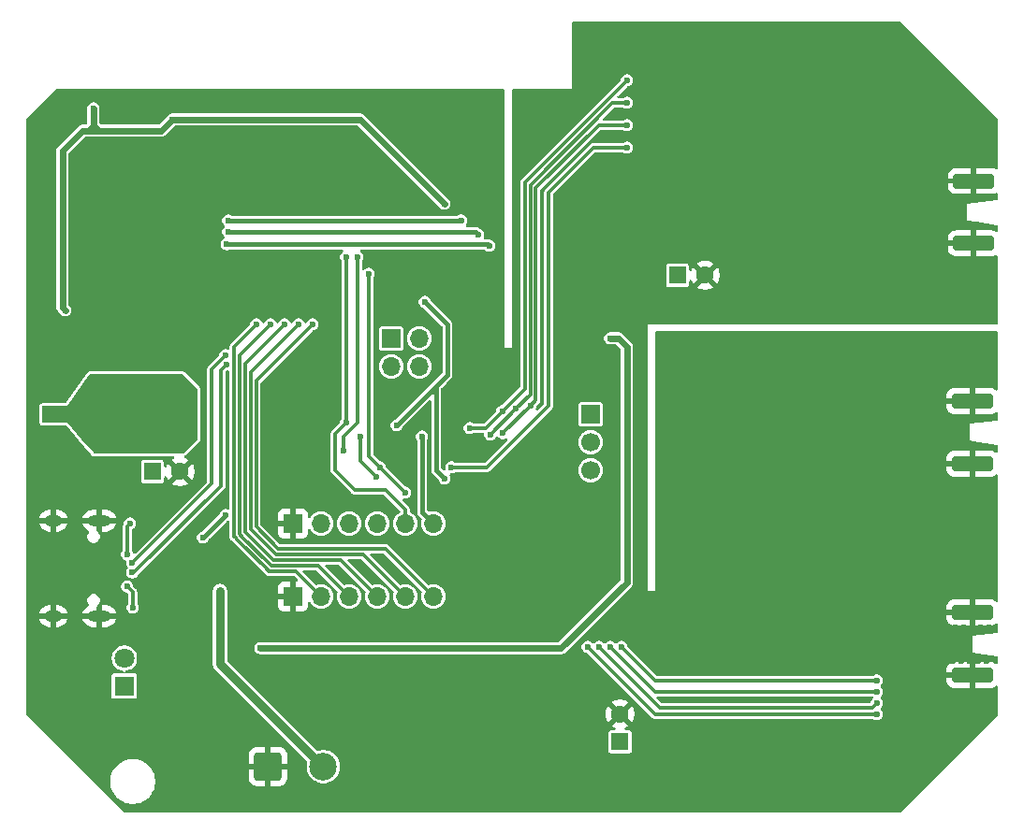
<source format=gbr>
%TF.GenerationSoftware,KiCad,Pcbnew,9.0.0*%
%TF.CreationDate,2025-04-10T09:35:26+02:00*%
%TF.ProjectId,3band_testboard_mcu_based,3362616e-645f-4746-9573-74626f617264,1.0*%
%TF.SameCoordinates,Original*%
%TF.FileFunction,Copper,L2,Bot*%
%TF.FilePolarity,Positive*%
%FSLAX46Y46*%
G04 Gerber Fmt 4.6, Leading zero omitted, Abs format (unit mm)*
G04 Created by KiCad (PCBNEW 9.0.0) date 2025-04-10 09:35:26*
%MOMM*%
%LPD*%
G01*
G04 APERTURE LIST*
G04 Aperture macros list*
%AMRoundRect*
0 Rectangle with rounded corners*
0 $1 Rounding radius*
0 $2 $3 $4 $5 $6 $7 $8 $9 X,Y pos of 4 corners*
0 Add a 4 corners polygon primitive as box body*
4,1,4,$2,$3,$4,$5,$6,$7,$8,$9,$2,$3,0*
0 Add four circle primitives for the rounded corners*
1,1,$1+$1,$2,$3*
1,1,$1+$1,$4,$5*
1,1,$1+$1,$6,$7*
1,1,$1+$1,$8,$9*
0 Add four rect primitives between the rounded corners*
20,1,$1+$1,$2,$3,$4,$5,0*
20,1,$1+$1,$4,$5,$6,$7,0*
20,1,$1+$1,$6,$7,$8,$9,0*
20,1,$1+$1,$8,$9,$2,$3,0*%
G04 Aperture macros list end*
%TA.AperFunction,SMDPad,CuDef*%
%ADD10RoundRect,0.250000X1.600000X-0.425000X1.600000X0.425000X-1.600000X0.425000X-1.600000X-0.425000X0*%
%TD*%
%TA.AperFunction,HeatsinkPad*%
%ADD11C,0.600000*%
%TD*%
%TA.AperFunction,ComponentPad*%
%ADD12R,1.700000X1.700000*%
%TD*%
%TA.AperFunction,ComponentPad*%
%ADD13O,1.700000X1.700000*%
%TD*%
%TA.AperFunction,ComponentPad*%
%ADD14RoundRect,0.250000X-1.000000X-1.000000X1.000000X-1.000000X1.000000X1.000000X-1.000000X1.000000X0*%
%TD*%
%TA.AperFunction,ComponentPad*%
%ADD15C,2.500000*%
%TD*%
%TA.AperFunction,ComponentPad*%
%ADD16R,1.800000X1.800000*%
%TD*%
%TA.AperFunction,ComponentPad*%
%ADD17C,1.800000*%
%TD*%
%TA.AperFunction,ComponentPad*%
%ADD18R,1.600000X1.600000*%
%TD*%
%TA.AperFunction,ComponentPad*%
%ADD19C,1.600000*%
%TD*%
%TA.AperFunction,HeatsinkPad*%
%ADD20O,2.100000X1.000000*%
%TD*%
%TA.AperFunction,HeatsinkPad*%
%ADD21O,1.600000X1.000000*%
%TD*%
%TA.AperFunction,ComponentPad*%
%ADD22C,1.700000*%
%TD*%
%TA.AperFunction,ViaPad*%
%ADD23C,0.600000*%
%TD*%
%TA.AperFunction,Conductor*%
%ADD24C,0.600000*%
%TD*%
%TA.AperFunction,Conductor*%
%ADD25C,0.300000*%
%TD*%
%TA.AperFunction,Conductor*%
%ADD26C,0.400000*%
%TD*%
%TA.AperFunction,Conductor*%
%ADD27C,0.800000*%
%TD*%
G04 APERTURE END LIST*
D10*
%TO.P,J2,2,Ext*%
%TO.N,GND*%
X162814000Y-84522718D03*
X162814000Y-90172718D03*
%TD*%
D11*
%TO.P,U5,41,GND*%
%TO.N,GND*%
X99716000Y-45628000D03*
X99716000Y-47028000D03*
X100416000Y-44928000D03*
X100416000Y-46328000D03*
X100416000Y-47728000D03*
X101116000Y-45628000D03*
X101116000Y-47028000D03*
X101816000Y-44928000D03*
X101816000Y-46328000D03*
X101816000Y-47728000D03*
X102516000Y-45628000D03*
X102516000Y-47028000D03*
%TD*%
D12*
%TO.P,J9,1,Pin_1*%
%TO.N,/MCU/~{CS2}*%
X110236000Y-59690000D03*
D13*
%TO.P,J9,2,Pin_2*%
%TO.N,/CS2*%
X112776000Y-59690000D03*
%TO.P,J9,3,Pin_3*%
%TO.N,/MCU/~{CS1}*%
X110236000Y-62230000D03*
%TO.P,J9,4,Pin_4*%
%TO.N,/CS1*%
X112776000Y-62230000D03*
%TD*%
D12*
%TO.P,J8,1,Pin_1*%
%TO.N,GND*%
X101346000Y-83058000D03*
D13*
%TO.P,J8,2,Pin_2*%
%TO.N,/MCU/GPIO.9*%
X103886000Y-83058000D03*
%TO.P,J8,3,Pin_3*%
%TO.N,/MCU/GPIO.10*%
X106426000Y-83058000D03*
%TO.P,J8,4,Pin_4*%
%TO.N,/MCU/GPIO.11*%
X108966000Y-83058000D03*
%TO.P,J8,5,Pin_5*%
%TO.N,/MCU/GPIO.12*%
X111506000Y-83058000D03*
%TO.P,J8,6,Pin_6*%
%TO.N,/MCU/GPIO.13*%
X114046000Y-83058000D03*
%TD*%
D10*
%TO.P,J3,2,Ext*%
%TO.N,GND*%
X162814000Y-65374000D03*
X162814000Y-71024000D03*
%TD*%
D14*
%TO.P,J5,1,Pin_1*%
%TO.N,GND*%
X99100000Y-98465500D03*
D15*
%TO.P,J5,2,Pin_2*%
%TO.N,VCC*%
X104100000Y-98465500D03*
%TD*%
D16*
%TO.P,D2,1,K*%
%TO.N,Net-(D2-K)*%
X86106000Y-91186000D03*
D17*
%TO.P,D2,2,A*%
%TO.N,VCC*%
X86106000Y-88646000D03*
%TD*%
D18*
%TO.P,C9,1*%
%TO.N,3.3V RF1*%
X136144000Y-53975000D03*
D19*
%TO.P,C9,2*%
%TO.N,GND*%
X138644000Y-53975000D03*
%TD*%
D18*
%TO.P,C12,1*%
%TO.N,+3.3V*%
X88646000Y-71755000D03*
D19*
%TO.P,C12,2*%
%TO.N,GND*%
X91146000Y-71755000D03*
%TD*%
D12*
%TO.P,J7,1,Pin_1*%
%TO.N,GND*%
X101346000Y-76454000D03*
D13*
%TO.P,J7,2,Pin_2*%
%TO.N,/MCU/UART.CTS*%
X103886000Y-76454000D03*
%TO.P,J7,3,Pin_3*%
%TO.N,unconnected-(J7-Pin_3-Pad3)*%
X106426000Y-76454000D03*
%TO.P,J7,4,Pin_4*%
%TO.N,/MCU/UART.TX*%
X108966000Y-76454000D03*
%TO.P,J7,5,Pin_5*%
%TO.N,/MCU/UART.RX*%
X111506000Y-76454000D03*
%TO.P,J7,6,Pin_6*%
%TO.N,/MCU/UART.DTR*%
X114046000Y-76454000D03*
%TD*%
D20*
%TO.P,J6,S1,SHIELD*%
%TO.N,GND*%
X83850000Y-76198000D03*
D21*
X79670000Y-76198000D03*
D20*
X83850000Y-84838000D03*
D21*
X79670000Y-84838000D03*
%TD*%
D18*
%TO.P,C8,1*%
%TO.N,3.3V RF2*%
X130937000Y-96201113D03*
D19*
%TO.P,C8,2*%
%TO.N,GND*%
X130937000Y-93701113D03*
%TD*%
D10*
%TO.P,J1,2,Ext*%
%TO.N,GND*%
X162941000Y-45435000D03*
X162941000Y-51085000D03*
%TD*%
D12*
%TO.P,J10,1,Pin_1*%
%TO.N,/433MHz/SCK*%
X128270000Y-66548000D03*
D22*
%TO.P,J10,2,Pin_2*%
%TO.N,/433MHz/MOSI*%
X128270000Y-69088000D03*
%TO.P,J10,3,Pin_3*%
%TO.N,/433MHz/MISO*%
X128270000Y-71628000D03*
%TD*%
D23*
%TO.N,+3.3V*%
X88900000Y-67564000D03*
X83820000Y-69596000D03*
X83820000Y-68580000D03*
X89916000Y-65532000D03*
X82804000Y-67564000D03*
X83820000Y-64516000D03*
X82804000Y-64516000D03*
X81788000Y-65532000D03*
X83820000Y-65532000D03*
X80772000Y-57150000D03*
X89916000Y-64516000D03*
X87884000Y-63500000D03*
X87884000Y-65532000D03*
X81788000Y-66548000D03*
X89916000Y-67564000D03*
X87884000Y-69596000D03*
X91948000Y-66548000D03*
X90932000Y-67564000D03*
X88900000Y-69596000D03*
X89916000Y-63500000D03*
X84836000Y-63500000D03*
X86868000Y-69596000D03*
X90932000Y-68580000D03*
X90932000Y-64516000D03*
X90932000Y-69596000D03*
X91948000Y-67564000D03*
X91948000Y-65532000D03*
X83820000Y-67564000D03*
X83820000Y-66548000D03*
X85852000Y-63500000D03*
X82804000Y-68580000D03*
X86868000Y-63500000D03*
X91948000Y-68580000D03*
X83820000Y-63500000D03*
X82804000Y-66548000D03*
X81788000Y-67564000D03*
X82804000Y-65532000D03*
X91948000Y-64516000D03*
X89916000Y-68580000D03*
X83312000Y-38862000D03*
X87884000Y-64516000D03*
X88900000Y-66548000D03*
X90424000Y-39878000D03*
X85852000Y-69596000D03*
X80518000Y-49988000D03*
X88900000Y-64516000D03*
X88900000Y-68580000D03*
X89916000Y-69596000D03*
X90932000Y-66548000D03*
X88900000Y-63500000D03*
X90932000Y-65532000D03*
X90932000Y-63500000D03*
X89916000Y-66548000D03*
X84836000Y-69596000D03*
X115062000Y-47498000D03*
X87884000Y-66548000D03*
X88900000Y-65532000D03*
X87884000Y-67564000D03*
X87884000Y-68580000D03*
%TO.N,GND*%
X148562438Y-80226802D03*
X158496000Y-79502000D03*
X121666000Y-53848000D03*
X151384000Y-31496000D03*
X148590000Y-75692000D03*
X143764000Y-59690000D03*
X164084000Y-59690000D03*
X136652000Y-92456000D03*
X138176000Y-49784000D03*
X124714000Y-37592000D03*
X146939000Y-95123000D03*
X93218000Y-89535000D03*
X135636000Y-34290000D03*
X102108000Y-89535000D03*
X132842000Y-60960000D03*
X130048000Y-31496000D03*
X158496000Y-40894000D03*
X120396000Y-75184000D03*
X130302000Y-60960000D03*
X157734000Y-33782000D03*
X154432000Y-84328000D03*
X131064000Y-31496000D03*
X151892000Y-81026000D03*
X126746000Y-37592000D03*
X132842000Y-83312000D03*
X134620000Y-98298000D03*
X103632000Y-54102000D03*
X137160000Y-31496000D03*
X164592000Y-57912000D03*
X153416000Y-84328000D03*
X139192000Y-61722000D03*
X155702000Y-71120000D03*
X132842000Y-68072000D03*
X114808000Y-94234000D03*
X136652000Y-66802000D03*
X163576000Y-54864000D03*
X140716000Y-42164000D03*
X117348000Y-96774000D03*
X107188000Y-89535000D03*
X164592000Y-61722000D03*
X140716000Y-34290000D03*
X151892000Y-79502000D03*
X151384000Y-57912000D03*
X164084000Y-88900000D03*
X121666000Y-37592000D03*
X154940000Y-84836000D03*
X133096000Y-39624000D03*
X126238000Y-60960000D03*
X158496000Y-66294000D03*
X148590000Y-83305154D03*
X117348000Y-94234000D03*
X129540000Y-100838000D03*
X156464000Y-40894000D03*
X109220000Y-45974000D03*
X151892000Y-72650846D03*
X132842000Y-76200000D03*
X154178000Y-88900000D03*
X151892000Y-77216000D03*
X148590000Y-74168000D03*
X157480000Y-40894000D03*
X150368000Y-31496000D03*
X91554000Y-38608000D03*
X150368000Y-39370000D03*
X147320000Y-57912000D03*
X134112000Y-57912000D03*
X138176000Y-37084000D03*
X141478000Y-49022000D03*
X129032000Y-74422000D03*
X135636000Y-39624000D03*
X161036000Y-59690000D03*
X153416000Y-88646000D03*
X163576000Y-57912000D03*
X164592000Y-41656000D03*
X159004000Y-59690000D03*
X154940000Y-88900000D03*
X148590000Y-74930000D03*
X136652000Y-74422000D03*
X164592000Y-60706000D03*
X143256000Y-52324000D03*
X97028000Y-38354000D03*
X141478000Y-49911000D03*
X163576000Y-40894000D03*
X162560000Y-40894000D03*
X109728000Y-89535000D03*
X141732000Y-66802000D03*
X136652000Y-59690000D03*
X123952000Y-82550000D03*
X97028000Y-45974000D03*
X163576000Y-79502000D03*
X154686000Y-66294000D03*
X149098000Y-68834000D03*
X152400000Y-66548000D03*
X148590000Y-70358000D03*
X150114000Y-67564000D03*
X146431000Y-46228000D03*
X141478000Y-46355000D03*
X132842000Y-67056000D03*
X136652000Y-82042000D03*
X144272000Y-76962000D03*
X143510000Y-50800000D03*
X112268000Y-89535000D03*
X142748000Y-59690000D03*
X149860000Y-59690000D03*
X146812000Y-61722000D03*
X156210000Y-85598000D03*
X157988000Y-59690000D03*
X132842000Y-85852000D03*
X151638000Y-101600000D03*
X132842000Y-59944000D03*
X157226000Y-71120000D03*
X146812000Y-59690000D03*
X104648000Y-41402000D03*
X134620000Y-75946000D03*
X138176000Y-44704000D03*
X117856000Y-82550000D03*
X127000000Y-35560000D03*
X144272000Y-69342000D03*
X145796000Y-59690000D03*
X134620000Y-70866000D03*
X164592000Y-53848000D03*
X132842000Y-87376000D03*
X141224000Y-57912000D03*
X141224000Y-31496000D03*
X156972000Y-64262000D03*
X156972000Y-33020000D03*
X152146000Y-71888846D03*
X160020000Y-59690000D03*
X154940000Y-100584000D03*
X162052000Y-59690000D03*
X121666000Y-45720000D03*
X137668000Y-59690000D03*
X145542000Y-50800000D03*
X143256000Y-31496000D03*
X148590000Y-76454000D03*
X132080000Y-31496000D03*
X122682000Y-37592000D03*
X158242000Y-84328000D03*
X141478000Y-47244000D03*
X97028000Y-40894000D03*
X161290000Y-85852000D03*
X148590000Y-79495154D03*
X144526000Y-97282000D03*
X148590000Y-78733154D03*
X149098000Y-95377000D03*
X140716000Y-59690000D03*
X117348000Y-99314000D03*
X154432000Y-64262000D03*
X141478000Y-62992000D03*
X161544000Y-57912000D03*
X155956000Y-79502000D03*
X157734000Y-66294000D03*
X133350000Y-94742000D03*
X163576000Y-76962000D03*
X121666000Y-52832000D03*
X147574000Y-51689000D03*
X139700000Y-59690000D03*
X160528000Y-57912000D03*
X90538000Y-38608000D03*
X162560000Y-88900000D03*
X159512000Y-40894000D03*
X161036000Y-88900000D03*
X149606000Y-68072000D03*
X127254000Y-60960000D03*
X145542000Y-51689000D03*
X144272000Y-61722000D03*
X156464000Y-71114000D03*
X158496000Y-76962000D03*
X138684000Y-59690000D03*
X104648000Y-38862000D03*
X159512000Y-61722000D03*
X136652000Y-69342000D03*
X135128000Y-57912000D03*
X134620000Y-61722000D03*
X112268000Y-99314000D03*
X137160000Y-100838000D03*
X97028000Y-89535000D03*
X153162000Y-66421000D03*
X121666000Y-38608000D03*
X121666000Y-49784000D03*
X132080000Y-98298000D03*
X133096000Y-34290000D03*
X161036000Y-76962000D03*
X156972000Y-59690000D03*
X144526000Y-50800000D03*
X157480000Y-57912000D03*
X139192000Y-64262000D03*
X162814000Y-85852000D03*
X141478000Y-48133000D03*
X134620000Y-63754000D03*
X121666000Y-42672000D03*
X112268000Y-94234000D03*
X129540000Y-75946000D03*
X134620000Y-77978000D03*
X155956000Y-59690000D03*
X158496000Y-74422000D03*
X150876000Y-54864000D03*
X132842000Y-64008000D03*
X98552000Y-54102000D03*
X154432000Y-57912000D03*
X157988000Y-71120000D03*
X134620000Y-68834000D03*
X132842000Y-62992000D03*
X134620000Y-72898000D03*
X148590000Y-71120000D03*
X134620000Y-62738000D03*
X132842000Y-71120000D03*
X134620000Y-69850000D03*
X159258000Y-66294000D03*
X151892000Y-74936846D03*
X127000000Y-31496000D03*
X138176000Y-31496000D03*
X162306000Y-38354000D03*
X154432000Y-40894000D03*
X152654000Y-51689000D03*
X134620000Y-89662000D03*
X137160000Y-87122000D03*
X151892000Y-78740000D03*
X133096000Y-31496000D03*
X150368000Y-44958000D03*
X158750000Y-88900000D03*
X129286000Y-60960000D03*
X152654000Y-84963000D03*
X83312000Y-48006000D03*
X114808000Y-96774000D03*
X159639000Y-52705000D03*
X123952000Y-80010000D03*
X142494000Y-50800000D03*
X132842000Y-65024000D03*
X147819000Y-92456000D03*
X132842000Y-79248000D03*
X157480000Y-84836000D03*
X159512000Y-57912000D03*
X134620000Y-66802000D03*
X132842000Y-77216000D03*
X153924000Y-66294000D03*
X153416000Y-57912000D03*
X142240000Y-31496000D03*
X121666000Y-51816000D03*
X154432000Y-61722000D03*
X139192000Y-31496000D03*
X121666000Y-40640000D03*
X158496000Y-57912000D03*
X128270000Y-60960000D03*
X150359000Y-89154000D03*
X153670000Y-51689000D03*
X140208000Y-57912000D03*
X84836000Y-53721000D03*
X159004000Y-84328000D03*
X152908000Y-59690000D03*
X134620000Y-59690000D03*
X136652000Y-64262000D03*
X156972000Y-66294000D03*
X138176000Y-57912000D03*
X156210000Y-66294000D03*
X150368000Y-86868000D03*
X156464000Y-57912000D03*
X155956000Y-81788000D03*
X146304000Y-57912000D03*
X132842000Y-70104000D03*
X148590000Y-81019154D03*
X104648000Y-89535000D03*
X125222000Y-60960000D03*
X161036000Y-79502000D03*
X158496000Y-34544000D03*
X161544000Y-37592000D03*
X157734000Y-45720000D03*
X135128000Y-31496000D03*
X145288000Y-31496000D03*
X163068000Y-59690000D03*
X121666000Y-43688000D03*
X149606000Y-51689000D03*
X151638000Y-66802000D03*
X139192000Y-66802000D03*
X160020000Y-36068000D03*
X138430000Y-89916000D03*
X155448000Y-40894000D03*
X104648000Y-43942000D03*
X152908000Y-94615000D03*
X145279000Y-92456000D03*
X151892000Y-77978000D03*
X152400000Y-57912000D03*
X132842000Y-58928000D03*
X129032000Y-64262000D03*
X163576000Y-85852000D03*
X160655000Y-52705000D03*
X121412000Y-77470000D03*
X159766000Y-85598000D03*
X144272000Y-31496000D03*
X141732000Y-64262000D03*
X148336000Y-31496000D03*
X151892000Y-82550000D03*
X133096000Y-37084000D03*
X152400000Y-85598000D03*
X121666000Y-56896000D03*
X132842000Y-74168000D03*
X164338000Y-85852000D03*
X148336000Y-54864000D03*
X141732000Y-71882000D03*
X154432000Y-95758000D03*
X141478000Y-50800000D03*
X136652000Y-76962000D03*
X82296000Y-48006000D03*
X144272000Y-74422000D03*
X132842000Y-81280000D03*
X145279000Y-85852000D03*
X96012000Y-54102000D03*
X155067000Y-98171000D03*
X121412000Y-80010000D03*
X99568000Y-89535000D03*
X148590000Y-82543154D03*
X133096000Y-42164000D03*
X123698000Y-37592000D03*
X132842000Y-57912000D03*
X145288000Y-57912000D03*
X154686000Y-51689000D03*
X132842000Y-84582000D03*
X144272000Y-66802000D03*
X164592000Y-54864000D03*
X117856000Y-86233000D03*
X132842000Y-75184000D03*
X121666000Y-58928000D03*
X132842000Y-73152000D03*
X161671000Y-52705000D03*
X155448000Y-66294000D03*
X149352000Y-45720000D03*
X139192000Y-57912000D03*
X148590000Y-81781154D03*
X136144000Y-31496000D03*
X162560000Y-57912000D03*
X147320000Y-31496000D03*
X149098000Y-100711000D03*
X159258000Y-35306000D03*
X148844000Y-59690000D03*
X97028000Y-43434000D03*
X150359000Y-85852000D03*
X151892000Y-64262000D03*
X127000000Y-36576000D03*
X160274000Y-88900000D03*
X158750000Y-71120000D03*
X163830000Y-39878000D03*
X134620000Y-74930000D03*
X152400000Y-42926000D03*
X129032000Y-31496000D03*
X136144000Y-57912000D03*
X148844000Y-69596000D03*
X156591000Y-91440000D03*
X153416000Y-54864000D03*
X164592000Y-55880000D03*
X149860000Y-39878000D03*
X121666000Y-46736000D03*
X161544000Y-40894000D03*
X141732000Y-74422000D03*
X123952000Y-85090000D03*
X132842000Y-66040000D03*
X126492000Y-64262000D03*
X155702000Y-51689000D03*
X155702000Y-88900000D03*
X159639000Y-51689000D03*
X109220000Y-54610000D03*
X83820000Y-53721000D03*
X153416000Y-41910000D03*
X139192000Y-69342000D03*
X154178000Y-71120000D03*
X150876000Y-67056000D03*
X138176000Y-47244000D03*
X145279000Y-89154000D03*
X147320000Y-45720000D03*
X127000000Y-33528000D03*
X158623000Y-51689000D03*
X150368000Y-57912000D03*
X132842000Y-69088000D03*
X104648000Y-46482000D03*
X121666000Y-47752000D03*
X140208000Y-31496000D03*
X82296000Y-45466000D03*
X134620000Y-100838000D03*
X151892000Y-81788000D03*
X132842000Y-78232000D03*
X148562438Y-73375648D03*
X135636000Y-37084000D03*
X155448000Y-85598000D03*
X148336000Y-57912000D03*
X156464000Y-88900000D03*
X146558000Y-51689000D03*
X109728000Y-96774000D03*
X137160000Y-57912000D03*
X150622000Y-51689000D03*
X150368000Y-88138000D03*
X146812000Y-64262000D03*
X141732000Y-61722000D03*
X148590000Y-77216000D03*
X156972000Y-61722000D03*
X151892000Y-83312000D03*
X144272000Y-57912000D03*
X137160000Y-98298000D03*
X125730000Y-37592000D03*
X139192000Y-76962000D03*
X148590000Y-51689000D03*
X159512000Y-88900000D03*
X127000000Y-34544000D03*
X151892000Y-61722000D03*
X121666000Y-48768000D03*
X121666000Y-44704000D03*
X140716000Y-44704000D03*
X143256000Y-57912000D03*
X134620000Y-80010000D03*
X134620000Y-67818000D03*
X160020000Y-66294000D03*
X156972000Y-85598000D03*
X141732000Y-76962000D03*
X160782000Y-36830000D03*
X140716000Y-37084000D03*
X163322000Y-88900000D03*
X83312000Y-45466000D03*
X163068000Y-39116000D03*
X159512000Y-45720000D03*
X114808000Y-99314000D03*
X121666000Y-41656000D03*
X153416000Y-71120000D03*
X155956000Y-74422000D03*
X149352000Y-31496000D03*
X157988000Y-88900000D03*
X152908000Y-81534000D03*
X142240000Y-57912000D03*
X101092000Y-54102000D03*
X156718000Y-51689000D03*
X132842000Y-61976000D03*
X132842000Y-72136000D03*
X129540000Y-98298000D03*
X134620000Y-60706000D03*
X144272000Y-71882000D03*
X136652000Y-71882000D03*
X134620000Y-81026000D03*
X154940000Y-59690000D03*
X151892000Y-76454000D03*
X144780000Y-59690000D03*
X162052000Y-85852000D03*
X121666000Y-57912000D03*
X158496000Y-54864000D03*
X159512000Y-91440000D03*
X149352000Y-64262000D03*
X138176000Y-42164000D03*
X134620000Y-64770000D03*
X160528000Y-85852000D03*
X157256352Y-88872438D03*
X136652000Y-61722000D03*
X121412000Y-85090000D03*
X121666000Y-50800000D03*
X161036000Y-54864000D03*
X134112000Y-31496000D03*
X121666000Y-54864000D03*
X155448000Y-31496000D03*
X121666000Y-39624000D03*
X148590000Y-72644000D03*
X151384000Y-43942000D03*
X139192000Y-71882000D03*
X132842000Y-80264000D03*
X154432000Y-31496000D03*
X149352000Y-61722000D03*
X164592000Y-40640000D03*
X78359000Y-58420000D03*
X160528000Y-40894000D03*
X152654000Y-88392000D03*
X154940000Y-71120000D03*
X109728000Y-94234000D03*
X156210000Y-32258000D03*
X149352000Y-57912000D03*
X121666000Y-59944000D03*
X145796000Y-54864000D03*
X140716000Y-54864000D03*
X155448000Y-57912000D03*
X141732000Y-69342000D03*
X151919562Y-80294352D03*
X147828000Y-59690000D03*
X135636000Y-59690000D03*
X112268000Y-96774000D03*
X164592000Y-56896000D03*
X134620000Y-73914000D03*
X134620000Y-78994000D03*
X118872000Y-80010000D03*
X132080000Y-100838000D03*
X151919562Y-73443198D03*
X134620000Y-71882000D03*
X148590000Y-77971154D03*
X151892000Y-74174846D03*
X162052000Y-61722000D03*
X138176000Y-34290000D03*
X117221000Y-76200000D03*
X155956000Y-54864000D03*
X158496000Y-71882000D03*
X152654000Y-71374000D03*
X148590000Y-71882000D03*
X158496000Y-81788000D03*
X157607000Y-51689000D03*
X146304000Y-31496000D03*
X149352000Y-85598000D03*
X136144000Y-94742000D03*
X121666000Y-55880000D03*
X159766000Y-84836000D03*
X126492000Y-82550000D03*
X151892000Y-75698846D03*
X159512000Y-71120000D03*
X150359000Y-92456000D03*
X150876000Y-59690000D03*
X161798000Y-88900000D03*
X153924000Y-59690000D03*
X134620000Y-76962000D03*
X141732000Y-59690000D03*
X138176000Y-52324000D03*
X109728000Y-99314000D03*
X152400000Y-31496000D03*
X155956000Y-76962000D03*
X143256000Y-54864000D03*
X136652000Y-79502000D03*
X128016000Y-31496000D03*
X134620000Y-65786000D03*
X153416000Y-31496000D03*
X140716000Y-52324000D03*
X148336000Y-45720000D03*
X127000000Y-32512000D03*
X139192000Y-74422000D03*
X151892000Y-59690000D03*
X121412000Y-82550000D03*
X151638000Y-51689000D03*
%TO.N,/433MHz/SCK*%
X120333500Y-68263500D03*
X95377000Y-51181000D03*
X131572000Y-40386000D03*
X131064000Y-87630000D03*
X154169000Y-90678000D03*
X119126000Y-51308000D03*
X122825120Y-65771880D03*
%TO.N,/MCU/ESP32.enable*%
X111506000Y-73660000D03*
X109220000Y-71374000D03*
X108204000Y-53848000D03*
%TO.N,/433MHz/MOSI*%
X118110000Y-50292000D03*
X119194000Y-68394000D03*
X130048000Y-87630000D03*
X121543500Y-66044500D03*
X131572000Y-38354000D03*
X154169000Y-91694000D03*
X95504000Y-50038000D03*
%TO.N,/433MHz/MISO*%
X154169000Y-92710000D03*
X131572000Y-36322000D03*
X129032000Y-87630000D03*
X116586000Y-49022000D03*
X120277000Y-66302000D03*
X95504000Y-49022000D03*
X117348000Y-67818000D03*
%TO.N,/MCU/GPIO.13*%
X103124000Y-58420000D03*
%TO.N,/MCU/GPIO.10*%
X99314000Y-58420000D03*
%TO.N,/MCU/GPIO.12*%
X101854000Y-58420000D03*
%TO.N,/MCU/GPIO.11*%
X100584000Y-58420000D03*
%TO.N,/MCU/GPIO.9*%
X98044000Y-58420000D03*
%TO.N,/MCU/ESP32.reset*%
X113284000Y-56388000D03*
X110744000Y-67564000D03*
X115062000Y-72390000D03*
%TO.N,/MCU/UART.DTR*%
X113030000Y-68580000D03*
%TO.N,/MCU/UART.RX*%
X106172000Y-67310000D03*
X106172000Y-52324000D03*
%TO.N,/MCU/UART.TX*%
X105918000Y-69850000D03*
X107188000Y-52324000D03*
%TO.N,/MCU/UART.RTS*%
X107442000Y-68550000D03*
X108929311Y-72248000D03*
%TO.N,V_{USB}*%
X93218000Y-77724000D03*
X95250000Y-75692000D03*
%TO.N,/CS2*%
X128016000Y-87630000D03*
X154169000Y-93726000D03*
%TO.N,Net-(U2-VI)*%
X98425000Y-87757000D03*
X130810000Y-59690000D03*
X130048000Y-59690000D03*
X99187000Y-87757000D03*
%TO.N,VCC*%
X94742000Y-83566000D03*
X94742000Y-82550000D03*
%TO.N,/MCU/USB1.D-*%
X86830000Y-80010000D03*
X95250000Y-61214000D03*
%TO.N,/MCU/USB1.D+*%
X95333240Y-62050000D03*
X86830000Y-80895012D03*
%TO.N,Net-(J6-CC1)*%
X86360000Y-79248000D03*
X86614000Y-76454000D03*
%TO.N,Net-(J6-CC2)*%
X86360000Y-82168000D03*
X86868000Y-84074000D03*
%TO.N,/CS1*%
X115682000Y-71374000D03*
X131572000Y-42418000D03*
%TD*%
D24*
%TO.N,+3.3V*%
X82804000Y-40894000D02*
X83312000Y-40386000D01*
X80518000Y-56896000D02*
X80772000Y-57150000D01*
X83312000Y-40386000D02*
X83820000Y-40894000D01*
X83312000Y-40894000D02*
X83820000Y-40894000D01*
X82804000Y-40894000D02*
X83312000Y-40894000D01*
X83820000Y-40894000D02*
X89408000Y-40894000D01*
X80518000Y-49988000D02*
X80518000Y-56896000D01*
X83312000Y-40386000D02*
X83312000Y-40894000D01*
X82296000Y-40894000D02*
X82804000Y-40894000D01*
X80518000Y-42672000D02*
X82296000Y-40894000D01*
X107442000Y-39878000D02*
X115062000Y-47498000D01*
X90424000Y-39878000D02*
X107442000Y-39878000D01*
X83312000Y-38862000D02*
X83312000Y-40386000D01*
X89408000Y-40894000D02*
X90424000Y-39878000D01*
X80518000Y-49988000D02*
X80518000Y-42672000D01*
D25*
%TO.N,/433MHz/SCK*%
X131064000Y-87630000D02*
X134112000Y-90678000D01*
X120333500Y-68263500D02*
X122825120Y-65771880D01*
X134112000Y-90678000D02*
X154169000Y-90678000D01*
X122825120Y-65771880D02*
X123319000Y-65278000D01*
X129032000Y-40386000D02*
X131572000Y-40386000D01*
X123319000Y-65278000D02*
X123319000Y-46099000D01*
D26*
X95377000Y-51181000D02*
X118999000Y-51181000D01*
X118999000Y-51181000D02*
X119126000Y-51308000D01*
D25*
X123319000Y-46099000D02*
X129032000Y-40386000D01*
%TO.N,/MCU/ESP32.enable*%
X108204000Y-53848000D02*
X108204000Y-70358000D01*
X108204000Y-70358000D02*
X109220000Y-71374000D01*
X111506000Y-73660000D02*
X109220000Y-71374000D01*
%TO.N,/433MHz/MOSI*%
X122818000Y-64770000D02*
X122818000Y-45784520D01*
X134112000Y-91694000D02*
X154169000Y-91694000D01*
D26*
X117856000Y-50038000D02*
X95504000Y-50038000D01*
D25*
X130248520Y-38354000D02*
X131572000Y-38354000D01*
X119194000Y-68394000D02*
X121543500Y-66044500D01*
X122818000Y-45784520D02*
X130248520Y-38354000D01*
X130048000Y-87630000D02*
X134112000Y-91694000D01*
X121543500Y-66044500D02*
X122818000Y-64770000D01*
D26*
X118110000Y-50292000D02*
X117856000Y-50038000D01*
D25*
%TO.N,/433MHz/MISO*%
X118761000Y-67818000D02*
X120277000Y-66302000D01*
X117348000Y-67818000D02*
X118761000Y-67818000D01*
X134509000Y-93107000D02*
X153772000Y-93107000D01*
D26*
X116586000Y-49022000D02*
X95504000Y-49022000D01*
D25*
X120277000Y-66302000D02*
X122317000Y-64262000D01*
X153772000Y-93107000D02*
X154169000Y-92710000D01*
X129032000Y-87630000D02*
X134509000Y-93107000D01*
X122317000Y-45577000D02*
X131572000Y-36322000D01*
X122317000Y-64262000D02*
X122317000Y-45577000D01*
%TO.N,/MCU/GPIO.13*%
X98023000Y-76754480D02*
X100008520Y-78740000D01*
X109728000Y-78740000D02*
X114046000Y-83058000D01*
X100008520Y-78740000D02*
X109728000Y-78740000D01*
X103124000Y-58420000D02*
X98023000Y-63521000D01*
X98023000Y-63521000D02*
X98023000Y-76754480D01*
%TO.N,/MCU/GPIO.10*%
X96520000Y-62190520D02*
X96520000Y-77001480D01*
X96813479Y-77710000D02*
X96813480Y-77710000D01*
X99367479Y-80264000D02*
X103632000Y-80264000D01*
X99314000Y-58420000D02*
X96520000Y-61214000D01*
X99067000Y-79963521D02*
X99367479Y-80264000D01*
X99067000Y-79963521D02*
X99067000Y-79963520D01*
X96813480Y-77710000D02*
X99067000Y-79963521D01*
X96520000Y-77416521D02*
X96813479Y-77710000D01*
X96520000Y-77216000D02*
X96520000Y-77416520D01*
X96520000Y-77001480D02*
X96520000Y-77216000D01*
X96520000Y-61775480D02*
X96520000Y-62190520D01*
X96520000Y-61214000D02*
X96520000Y-61775480D01*
X103632000Y-80264000D02*
X106426000Y-83058000D01*
X96520000Y-77416520D02*
X96520000Y-77416521D01*
%TO.N,/MCU/GPIO.12*%
X97522000Y-62752000D02*
X97522000Y-76962000D01*
X107696000Y-79248000D02*
X111506000Y-83058000D01*
X97522000Y-76962000D02*
X99808000Y-79248000D01*
X99808000Y-79248000D02*
X107696000Y-79248000D01*
X101854000Y-58420000D02*
X97522000Y-62752000D01*
%TO.N,/MCU/GPIO.11*%
X100584000Y-58420000D02*
X97021000Y-61983000D01*
X97021000Y-77209000D02*
X99568000Y-79756000D01*
X105664000Y-79756000D02*
X108966000Y-83058000D01*
X99568000Y-79756000D02*
X105664000Y-79756000D01*
X97021000Y-61983000D02*
X97021000Y-77209000D01*
%TO.N,/MCU/GPIO.9*%
X96019000Y-77477000D02*
X96019000Y-77624041D01*
X96012000Y-60452000D02*
X96012000Y-77470000D01*
X96605957Y-78211001D02*
X96605961Y-78211001D01*
X96605961Y-78211001D02*
X98859478Y-80464521D01*
X98859478Y-80464521D02*
X98859480Y-80464521D01*
X96019000Y-77624041D02*
X96019000Y-77624042D01*
X96165740Y-77770781D02*
X96312479Y-77917520D01*
X99159958Y-80765000D02*
X99159959Y-80765000D01*
X98044000Y-58420000D02*
X96012000Y-60452000D01*
X96312478Y-77917522D02*
X96605957Y-78211001D01*
X96012000Y-77470000D02*
X96019000Y-77477000D01*
X96312479Y-77917520D02*
X96312480Y-77917520D01*
X96312480Y-77917520D02*
X96312479Y-77917521D01*
X99574999Y-80765000D02*
X101593000Y-80765000D01*
X99159959Y-80765000D02*
X99307000Y-80765000D01*
X98866479Y-80471521D02*
X99159958Y-80765000D01*
X98859480Y-80464521D02*
X98866479Y-80471520D01*
X96312479Y-77917521D02*
X96312478Y-77917522D01*
X98866479Y-80471520D02*
X98866479Y-80471521D01*
X99307000Y-80765000D02*
X99574999Y-80765000D01*
X101593000Y-80765000D02*
X103886000Y-83058000D01*
X96019000Y-77624041D02*
X96165740Y-77770781D01*
D26*
%TO.N,/MCU/ESP32.reset*%
X114300000Y-64516000D02*
X113792000Y-64516000D01*
X115062000Y-72390000D02*
X114300000Y-71628000D01*
X110744000Y-67564000D02*
X113792000Y-64516000D01*
X115316000Y-58420000D02*
X113284000Y-56388000D01*
X115316000Y-62992000D02*
X115316000Y-58420000D01*
X114300000Y-64516000D02*
X114300000Y-64008000D01*
X114300000Y-71628000D02*
X114300000Y-64516000D01*
X113792000Y-64516000D02*
X115316000Y-62992000D01*
%TO.N,/MCU/UART.DTR*%
X114046000Y-76454000D02*
X113030000Y-75438000D01*
X113030000Y-75438000D02*
X113030000Y-68580000D01*
D25*
%TO.N,/MCU/UART.RX*%
X106934000Y-73406000D02*
X109728000Y-73406000D01*
X106172000Y-67310000D02*
X105156000Y-68326000D01*
X105156000Y-68326000D02*
X105156000Y-71628000D01*
X105156000Y-71628000D02*
X106934000Y-73406000D01*
X106172000Y-67310000D02*
X106172000Y-52324000D01*
X111506000Y-75184000D02*
X111506000Y-76454000D01*
X109728000Y-73406000D02*
X111506000Y-75184000D01*
%TO.N,/MCU/UART.TX*%
X105918000Y-69850000D02*
X105918000Y-68580000D01*
X105918000Y-68580000D02*
X107188000Y-67310000D01*
X107188000Y-67310000D02*
X107188000Y-52324000D01*
%TO.N,/MCU/UART.RTS*%
X107442000Y-68550000D02*
X107442000Y-70760689D01*
X107442000Y-70760689D02*
X108929311Y-72248000D01*
D26*
%TO.N,V_{USB}*%
X95250000Y-75692000D02*
X93218000Y-77724000D01*
D25*
%TO.N,/CS2*%
X154169000Y-93726000D02*
X134112000Y-93726000D01*
X134112000Y-93726000D02*
X128016000Y-87630000D01*
D24*
%TO.N,Net-(U2-VI)*%
X131572000Y-60452000D02*
X131572000Y-81788000D01*
X125603000Y-87757000D02*
X98425000Y-87757000D01*
X130048000Y-59690000D02*
X130810000Y-59690000D01*
X131572000Y-81788000D02*
X125603000Y-87757000D01*
X130810000Y-59690000D02*
X131572000Y-60452000D01*
D27*
%TO.N,VCC*%
X94742000Y-83566000D02*
X94742000Y-82550000D01*
X104100000Y-98465500D02*
X104053500Y-98465500D01*
X104053500Y-98465500D02*
X94742000Y-89154000D01*
X94742000Y-89154000D02*
X94742000Y-82550000D01*
D25*
%TO.N,/MCU/USB1.D-*%
X93980000Y-62484000D02*
X93980000Y-72860000D01*
X95250000Y-61214000D02*
X93980000Y-62484000D01*
X93980000Y-72860000D02*
X86830000Y-80010000D01*
%TO.N,/MCU/USB1.D+*%
X94820620Y-73073380D02*
X86998988Y-80895012D01*
X95333240Y-62050000D02*
X94820620Y-62562620D01*
X86998988Y-80895012D02*
X86830000Y-80895012D01*
X94820620Y-62562620D02*
X94820620Y-73073380D01*
%TO.N,Net-(J6-CC1)*%
X86360000Y-79248000D02*
X86360000Y-76708000D01*
X86360000Y-76708000D02*
X86614000Y-76454000D01*
%TO.N,Net-(J6-CC2)*%
X86360000Y-82168000D02*
X86868000Y-82676000D01*
X86868000Y-82676000D02*
X86868000Y-84074000D01*
%TO.N,/CS1*%
X124460000Y-46482000D02*
X128524000Y-42418000D01*
X128524000Y-42418000D02*
X131572000Y-42418000D01*
X115682000Y-71374000D02*
X118872000Y-71374000D01*
X118872000Y-71374000D02*
X124460000Y-65786000D01*
X124460000Y-65786000D02*
X124460000Y-46482000D01*
%TD*%
%TA.AperFunction,Conductor*%
%TO.N,GND*%
G36*
X153773653Y-92114185D02*
G01*
X153819408Y-92166989D01*
X153829352Y-92236147D01*
X153800327Y-92299703D01*
X153794295Y-92306181D01*
X153728493Y-92371982D01*
X153728488Y-92371988D01*
X153656017Y-92497511D01*
X153656016Y-92497515D01*
X153624643Y-92614595D01*
X153588280Y-92674254D01*
X153525433Y-92704783D01*
X153504870Y-92706500D01*
X134726254Y-92706500D01*
X134659215Y-92686815D01*
X134638573Y-92670181D01*
X134274573Y-92306181D01*
X134241088Y-92244858D01*
X134246072Y-92175166D01*
X134287944Y-92119233D01*
X134353408Y-92094816D01*
X134362254Y-92094500D01*
X153706614Y-92094500D01*
X153773653Y-92114185D01*
G37*
%TD.AperFunction*%
%TA.AperFunction,Conductor*%
G36*
X156272363Y-31000185D02*
G01*
X156293005Y-31016819D01*
X165071181Y-39794995D01*
X165104666Y-39856318D01*
X165107500Y-39882676D01*
X165107500Y-44256051D01*
X165087815Y-44323090D01*
X165035011Y-44368845D01*
X164965853Y-44378789D01*
X164918404Y-44361590D01*
X164860128Y-44325645D01*
X164860119Y-44325641D01*
X164693697Y-44270494D01*
X164693690Y-44270493D01*
X164590986Y-44260000D01*
X163191000Y-44260000D01*
X163191000Y-46609999D01*
X164590972Y-46609999D01*
X164590986Y-46609998D01*
X164693697Y-46599505D01*
X164860119Y-46544358D01*
X164860130Y-46544353D01*
X164918403Y-46508410D01*
X164985795Y-46489969D01*
X165052459Y-46510891D01*
X165097228Y-46564533D01*
X165107500Y-46613948D01*
X165107500Y-47064088D01*
X165087815Y-47131127D01*
X165035011Y-47176882D01*
X164997684Y-47187274D01*
X162299154Y-47497999D01*
X162299154Y-49012043D01*
X162299153Y-49012043D01*
X163179459Y-49149843D01*
X165002678Y-49435244D01*
X165065866Y-49465059D01*
X165102904Y-49524304D01*
X165107500Y-49557752D01*
X165107500Y-49906051D01*
X165087815Y-49973090D01*
X165035011Y-50018845D01*
X164965853Y-50028789D01*
X164918404Y-50011590D01*
X164860128Y-49975645D01*
X164860119Y-49975641D01*
X164693697Y-49920494D01*
X164693690Y-49920493D01*
X164590986Y-49910000D01*
X163191000Y-49910000D01*
X163191000Y-52259999D01*
X164590972Y-52259999D01*
X164590986Y-52259998D01*
X164693697Y-52249505D01*
X164860119Y-52194358D01*
X164860130Y-52194353D01*
X164918403Y-52158410D01*
X164985795Y-52139969D01*
X165052459Y-52160891D01*
X165097228Y-52214533D01*
X165107500Y-52263948D01*
X165107500Y-58296000D01*
X165087815Y-58363039D01*
X165035011Y-58408794D01*
X164983500Y-58420000D01*
X134112000Y-58420000D01*
X133477000Y-58420000D01*
X133477000Y-82550000D01*
X134112000Y-82550000D01*
X134112000Y-71498986D01*
X160464001Y-71498986D01*
X160474494Y-71601697D01*
X160529641Y-71768119D01*
X160529643Y-71768124D01*
X160621684Y-71917345D01*
X160745654Y-72041315D01*
X160894875Y-72133356D01*
X160894880Y-72133358D01*
X161061302Y-72188505D01*
X161061309Y-72188506D01*
X161164019Y-72198999D01*
X162563999Y-72198999D01*
X162564000Y-72198998D01*
X162564000Y-71274000D01*
X160464001Y-71274000D01*
X160464001Y-71498986D01*
X134112000Y-71498986D01*
X134112000Y-70549013D01*
X160464000Y-70549013D01*
X160464000Y-70774000D01*
X162564000Y-70774000D01*
X162564000Y-69849000D01*
X161164028Y-69849000D01*
X161164012Y-69849001D01*
X161061302Y-69859494D01*
X160894880Y-69914641D01*
X160894875Y-69914643D01*
X160745654Y-70006684D01*
X160621684Y-70130654D01*
X160529643Y-70279875D01*
X160529641Y-70279880D01*
X160474494Y-70446302D01*
X160474493Y-70446309D01*
X160464000Y-70549013D01*
X134112000Y-70549013D01*
X134112000Y-65848986D01*
X160464001Y-65848986D01*
X160474494Y-65951697D01*
X160529641Y-66118119D01*
X160529643Y-66118124D01*
X160621684Y-66267345D01*
X160745654Y-66391315D01*
X160894875Y-66483356D01*
X160894880Y-66483358D01*
X161061302Y-66538505D01*
X161061309Y-66538506D01*
X161164019Y-66548999D01*
X162563999Y-66548999D01*
X162564000Y-66548998D01*
X162564000Y-65624000D01*
X160464001Y-65624000D01*
X160464001Y-65848986D01*
X134112000Y-65848986D01*
X134112000Y-64899013D01*
X160464000Y-64899013D01*
X160464000Y-65124000D01*
X162564000Y-65124000D01*
X162564000Y-64199000D01*
X161164028Y-64199000D01*
X161164012Y-64199001D01*
X161061302Y-64209494D01*
X160894880Y-64264641D01*
X160894875Y-64264643D01*
X160745654Y-64356684D01*
X160621684Y-64480654D01*
X160529643Y-64629875D01*
X160529641Y-64629880D01*
X160474494Y-64796302D01*
X160474493Y-64796309D01*
X160464000Y-64899013D01*
X134112000Y-64899013D01*
X134112000Y-59179000D01*
X134131685Y-59111961D01*
X134184489Y-59066206D01*
X134236000Y-59055000D01*
X164983500Y-59055000D01*
X165050539Y-59074685D01*
X165096294Y-59127489D01*
X165107500Y-59179000D01*
X165107500Y-64282477D01*
X165087815Y-64349516D01*
X165035011Y-64395271D01*
X164965853Y-64405215D01*
X164902297Y-64376190D01*
X164895819Y-64370158D01*
X164882345Y-64356684D01*
X164733124Y-64264643D01*
X164733119Y-64264641D01*
X164566697Y-64209494D01*
X164566690Y-64209493D01*
X164463986Y-64199000D01*
X163064000Y-64199000D01*
X163064000Y-66548999D01*
X164463972Y-66548999D01*
X164463986Y-66548998D01*
X164566697Y-66538505D01*
X164733119Y-66483358D01*
X164733124Y-66483356D01*
X164882345Y-66391315D01*
X164895819Y-66377842D01*
X164957142Y-66344357D01*
X165026834Y-66349341D01*
X165082767Y-66391213D01*
X165107184Y-66456677D01*
X165107500Y-66465523D01*
X165107500Y-67032335D01*
X165087815Y-67099374D01*
X165035011Y-67145129D01*
X164997684Y-67155521D01*
X162553154Y-67437000D01*
X162553154Y-68951043D01*
X162553153Y-68951043D01*
X162874778Y-69001389D01*
X165002678Y-69334483D01*
X165065866Y-69364298D01*
X165102904Y-69423543D01*
X165107500Y-69456991D01*
X165107500Y-69932477D01*
X165087815Y-69999516D01*
X165035011Y-70045271D01*
X164965853Y-70055215D01*
X164902297Y-70026190D01*
X164895819Y-70020158D01*
X164882345Y-70006684D01*
X164733124Y-69914643D01*
X164733119Y-69914641D01*
X164566697Y-69859494D01*
X164566690Y-69859493D01*
X164463986Y-69849000D01*
X163064000Y-69849000D01*
X163064000Y-72198999D01*
X164463972Y-72198999D01*
X164463986Y-72198998D01*
X164566697Y-72188505D01*
X164733119Y-72133358D01*
X164733124Y-72133356D01*
X164882345Y-72041315D01*
X164895819Y-72027842D01*
X164957142Y-71994357D01*
X165026834Y-71999341D01*
X165082767Y-72041213D01*
X165107184Y-72106677D01*
X165107500Y-72115523D01*
X165107500Y-83431195D01*
X165087815Y-83498234D01*
X165035011Y-83543989D01*
X164965853Y-83553933D01*
X164902297Y-83524908D01*
X164895819Y-83518876D01*
X164882345Y-83505402D01*
X164733124Y-83413361D01*
X164733119Y-83413359D01*
X164566697Y-83358212D01*
X164566690Y-83358211D01*
X164463986Y-83347718D01*
X163064000Y-83347718D01*
X163064000Y-85697717D01*
X164463972Y-85697717D01*
X164463986Y-85697716D01*
X164566697Y-85687223D01*
X164733119Y-85632076D01*
X164733124Y-85632074D01*
X164882345Y-85540033D01*
X164895819Y-85526560D01*
X164957142Y-85493075D01*
X165026834Y-85498059D01*
X165082767Y-85539931D01*
X165107184Y-85605395D01*
X165107500Y-85614241D01*
X165107500Y-86238582D01*
X165087815Y-86305621D01*
X165035011Y-86351376D01*
X164997684Y-86361768D01*
X162807154Y-86614000D01*
X162807154Y-88128043D01*
X162807153Y-88128043D01*
X163294694Y-88204361D01*
X165002678Y-88471723D01*
X165065866Y-88501538D01*
X165102904Y-88560783D01*
X165107500Y-88594231D01*
X165107500Y-89081195D01*
X165087815Y-89148234D01*
X165035011Y-89193989D01*
X164965853Y-89203933D01*
X164902297Y-89174908D01*
X164895819Y-89168876D01*
X164882345Y-89155402D01*
X164733124Y-89063361D01*
X164733119Y-89063359D01*
X164566697Y-89008212D01*
X164566690Y-89008211D01*
X164463986Y-88997718D01*
X163064000Y-88997718D01*
X163064000Y-91347717D01*
X164463972Y-91347717D01*
X164463986Y-91347716D01*
X164566697Y-91337223D01*
X164733119Y-91282076D01*
X164733124Y-91282074D01*
X164882345Y-91190033D01*
X164895819Y-91176560D01*
X164957142Y-91143075D01*
X165026834Y-91148059D01*
X165082767Y-91189931D01*
X165107184Y-91255395D01*
X165107500Y-91264241D01*
X165107500Y-93721324D01*
X165087815Y-93788363D01*
X165071181Y-93809005D01*
X156293005Y-102587181D01*
X156231682Y-102620666D01*
X156205324Y-102623500D01*
X86110676Y-102623500D01*
X86043637Y-102603815D01*
X86022995Y-102587181D01*
X83119498Y-99683684D01*
X84838217Y-99683684D01*
X84838217Y-99949749D01*
X84838218Y-99949766D01*
X84872946Y-100213556D01*
X84941812Y-100470567D01*
X85043634Y-100716386D01*
X85043638Y-100716396D01*
X85176672Y-100946819D01*
X85338658Y-101157922D01*
X85526794Y-101346058D01*
X85526798Y-101346061D01*
X85526800Y-101346063D01*
X85737893Y-101508041D01*
X85737897Y-101508044D01*
X85968320Y-101641078D01*
X85968321Y-101641078D01*
X85968324Y-101641080D01*
X86214148Y-101742904D01*
X86471159Y-101811770D01*
X86734961Y-101846500D01*
X86734968Y-101846500D01*
X87001032Y-101846500D01*
X87001039Y-101846500D01*
X87264841Y-101811770D01*
X87521852Y-101742904D01*
X87767676Y-101641080D01*
X87998107Y-101508041D01*
X88209200Y-101346063D01*
X88397346Y-101157917D01*
X88559324Y-100946824D01*
X88692363Y-100716393D01*
X88794187Y-100470569D01*
X88863053Y-100213558D01*
X88897783Y-99949756D01*
X88897783Y-99683678D01*
X88863053Y-99419876D01*
X88794187Y-99162865D01*
X88692363Y-98917041D01*
X88687958Y-98909411D01*
X88582146Y-98726138D01*
X88559327Y-98686615D01*
X88559326Y-98686614D01*
X88559324Y-98686610D01*
X88397346Y-98475517D01*
X88397344Y-98475515D01*
X88397341Y-98475511D01*
X88209205Y-98287375D01*
X87998102Y-98125389D01*
X87767679Y-97992355D01*
X87767669Y-97992351D01*
X87521850Y-97890529D01*
X87264839Y-97821663D01*
X87001049Y-97786935D01*
X87001044Y-97786934D01*
X87001039Y-97786934D01*
X86734961Y-97786934D01*
X86734955Y-97786934D01*
X86734950Y-97786935D01*
X86471160Y-97821663D01*
X86214149Y-97890529D01*
X85968330Y-97992351D01*
X85968320Y-97992355D01*
X85737897Y-98125389D01*
X85526794Y-98287375D01*
X85338658Y-98475511D01*
X85176672Y-98686614D01*
X85043638Y-98917037D01*
X85043634Y-98917047D01*
X84941812Y-99162866D01*
X84872946Y-99419877D01*
X84838218Y-99683667D01*
X84838217Y-99683684D01*
X83119498Y-99683684D01*
X80851327Y-97415513D01*
X97350000Y-97415513D01*
X97350000Y-98215500D01*
X98499999Y-98215500D01*
X98474979Y-98275902D01*
X98450000Y-98401481D01*
X98450000Y-98529519D01*
X98474979Y-98655098D01*
X98499999Y-98715500D01*
X97350001Y-98715500D01*
X97350001Y-99515486D01*
X97360494Y-99618197D01*
X97415641Y-99784619D01*
X97415643Y-99784624D01*
X97507684Y-99933845D01*
X97631654Y-100057815D01*
X97780875Y-100149856D01*
X97780880Y-100149858D01*
X97947302Y-100205005D01*
X97947309Y-100205006D01*
X98050019Y-100215499D01*
X98849999Y-100215499D01*
X98850000Y-100215498D01*
X98850000Y-99065501D01*
X98910402Y-99090521D01*
X99035981Y-99115500D01*
X99164019Y-99115500D01*
X99289598Y-99090521D01*
X99350000Y-99065501D01*
X99350000Y-100215499D01*
X100149972Y-100215499D01*
X100149986Y-100215498D01*
X100252697Y-100205005D01*
X100419119Y-100149858D01*
X100419124Y-100149856D01*
X100568345Y-100057815D01*
X100692315Y-99933845D01*
X100784356Y-99784624D01*
X100784358Y-99784619D01*
X100839505Y-99618197D01*
X100839506Y-99618190D01*
X100849999Y-99515486D01*
X100850000Y-99515473D01*
X100850000Y-98715500D01*
X99700001Y-98715500D01*
X99725021Y-98655098D01*
X99750000Y-98529519D01*
X99750000Y-98401481D01*
X99725021Y-98275902D01*
X99700001Y-98215500D01*
X100849999Y-98215500D01*
X100849999Y-97415528D01*
X100849998Y-97415513D01*
X100839505Y-97312802D01*
X100784358Y-97146380D01*
X100784356Y-97146375D01*
X100692315Y-96997154D01*
X100568345Y-96873184D01*
X100419124Y-96781143D01*
X100419119Y-96781141D01*
X100252697Y-96725994D01*
X100252690Y-96725993D01*
X100149986Y-96715500D01*
X99350000Y-96715500D01*
X99350000Y-97865498D01*
X99289598Y-97840479D01*
X99164019Y-97815500D01*
X99035981Y-97815500D01*
X98910402Y-97840479D01*
X98850000Y-97865498D01*
X98850000Y-96715500D01*
X98050028Y-96715500D01*
X98050012Y-96715501D01*
X97947302Y-96725994D01*
X97780880Y-96781141D01*
X97780875Y-96781143D01*
X97631654Y-96873184D01*
X97507684Y-96997154D01*
X97415643Y-97146375D01*
X97415641Y-97146380D01*
X97360494Y-97312802D01*
X97360493Y-97312809D01*
X97350000Y-97415513D01*
X80851327Y-97415513D01*
X77244819Y-93809005D01*
X77211334Y-93747682D01*
X77208500Y-93721324D01*
X77208500Y-88555448D01*
X84955500Y-88555448D01*
X84955500Y-88736551D01*
X84983829Y-88915410D01*
X85039787Y-89087636D01*
X85039788Y-89087639D01*
X85122006Y-89248997D01*
X85228441Y-89395494D01*
X85228445Y-89395499D01*
X85356500Y-89523554D01*
X85356505Y-89523558D01*
X85418603Y-89568674D01*
X85503006Y-89629996D01*
X85608484Y-89683740D01*
X85664360Y-89712211D01*
X85664363Y-89712212D01*
X85750476Y-89740191D01*
X85836591Y-89768171D01*
X85903769Y-89778811D01*
X85968267Y-89789027D01*
X86031402Y-89818956D01*
X86068333Y-89878268D01*
X86067335Y-89948131D01*
X86028725Y-90006363D01*
X85964761Y-90034477D01*
X85948869Y-90035500D01*
X85181323Y-90035500D01*
X85108264Y-90050032D01*
X85108260Y-90050033D01*
X85025399Y-90105399D01*
X84970033Y-90188260D01*
X84970032Y-90188264D01*
X84955500Y-90261321D01*
X84955500Y-92110678D01*
X84970032Y-92183735D01*
X84970033Y-92183739D01*
X84970034Y-92183740D01*
X85025399Y-92266601D01*
X85084636Y-92306181D01*
X85108260Y-92321966D01*
X85108264Y-92321967D01*
X85181321Y-92336499D01*
X85181324Y-92336500D01*
X85181326Y-92336500D01*
X87030676Y-92336500D01*
X87030677Y-92336499D01*
X87103740Y-92321966D01*
X87186601Y-92266601D01*
X87241966Y-92183740D01*
X87256500Y-92110674D01*
X87256500Y-90261326D01*
X87256500Y-90261323D01*
X87256499Y-90261321D01*
X87241967Y-90188264D01*
X87241966Y-90188260D01*
X87226435Y-90165016D01*
X87186601Y-90105399D01*
X87103740Y-90050034D01*
X87103739Y-90050033D01*
X87103735Y-90050032D01*
X87030677Y-90035500D01*
X87030674Y-90035500D01*
X86263131Y-90035500D01*
X86196092Y-90015815D01*
X86150337Y-89963011D01*
X86140393Y-89893853D01*
X86169418Y-89830297D01*
X86228196Y-89792523D01*
X86243733Y-89789027D01*
X86301408Y-89779891D01*
X86375409Y-89768171D01*
X86547639Y-89712211D01*
X86708994Y-89629996D01*
X86855501Y-89523553D01*
X86983553Y-89395501D01*
X87089996Y-89248994D01*
X87105752Y-89218071D01*
X94091499Y-89218071D01*
X94116497Y-89343738D01*
X94116499Y-89343744D01*
X94137937Y-89395501D01*
X94165535Y-89462127D01*
X94236723Y-89568669D01*
X94236726Y-89568673D01*
X94236727Y-89568674D01*
X102618456Y-97950402D01*
X102651941Y-98011725D01*
X102648706Y-98076401D01*
X102636447Y-98114130D01*
X102599500Y-98347402D01*
X102599500Y-98583597D01*
X102636446Y-98816868D01*
X102709433Y-99041496D01*
X102816657Y-99251933D01*
X102955483Y-99443010D01*
X103122490Y-99610017D01*
X103313567Y-99748843D01*
X103383791Y-99784624D01*
X103524003Y-99856066D01*
X103524005Y-99856066D01*
X103524008Y-99856068D01*
X103644412Y-99895189D01*
X103748631Y-99929053D01*
X103981903Y-99966000D01*
X103981908Y-99966000D01*
X104218097Y-99966000D01*
X104451368Y-99929053D01*
X104486755Y-99917555D01*
X104675992Y-99856068D01*
X104886433Y-99748843D01*
X105077510Y-99610017D01*
X105244517Y-99443010D01*
X105383343Y-99251933D01*
X105490568Y-99041492D01*
X105563553Y-98816868D01*
X105589175Y-98655098D01*
X105600500Y-98583597D01*
X105600500Y-98347402D01*
X105563553Y-98114131D01*
X105490900Y-97890530D01*
X105490568Y-97889508D01*
X105490566Y-97889505D01*
X105490566Y-97889503D01*
X105383342Y-97679066D01*
X105244517Y-97487990D01*
X105077510Y-97320983D01*
X104886433Y-97182157D01*
X104816217Y-97146380D01*
X104675996Y-97074933D01*
X104451368Y-97001946D01*
X104218097Y-96965000D01*
X104218092Y-96965000D01*
X103981908Y-96965000D01*
X103981903Y-96965000D01*
X103748634Y-97001946D01*
X103640706Y-97037013D01*
X103570864Y-97039007D01*
X103514708Y-97006762D01*
X100106741Y-93598795D01*
X129637000Y-93598795D01*
X129637000Y-93803430D01*
X129669009Y-94005530D01*
X129732244Y-94200144D01*
X129825141Y-94382463D01*
X129825147Y-94382472D01*
X129857523Y-94427034D01*
X129857524Y-94427035D01*
X130537000Y-93747559D01*
X130537000Y-93753774D01*
X130564259Y-93855507D01*
X130616920Y-93946719D01*
X130691394Y-94021193D01*
X130782606Y-94073854D01*
X130884339Y-94101113D01*
X130890553Y-94101113D01*
X130211076Y-94780587D01*
X130255650Y-94812972D01*
X130437968Y-94905868D01*
X130446629Y-94908682D01*
X130504304Y-94948120D01*
X130531502Y-95012479D01*
X130519587Y-95081325D01*
X130472342Y-95132801D01*
X130408310Y-95150613D01*
X130112323Y-95150613D01*
X130039264Y-95165145D01*
X130039260Y-95165146D01*
X129956399Y-95220512D01*
X129901033Y-95303373D01*
X129901032Y-95303377D01*
X129886500Y-95376434D01*
X129886500Y-97025791D01*
X129901032Y-97098848D01*
X129901033Y-97098852D01*
X129901034Y-97098853D01*
X129956399Y-97181714D01*
X130039260Y-97237079D01*
X130039264Y-97237080D01*
X130112321Y-97251612D01*
X130112324Y-97251613D01*
X130112326Y-97251613D01*
X131761676Y-97251613D01*
X131761677Y-97251612D01*
X131834740Y-97237079D01*
X131917601Y-97181714D01*
X131972966Y-97098853D01*
X131987500Y-97025787D01*
X131987500Y-95376439D01*
X131987500Y-95376436D01*
X131987499Y-95376434D01*
X131972967Y-95303377D01*
X131972966Y-95303373D01*
X131917601Y-95220512D01*
X131834740Y-95165147D01*
X131834739Y-95165146D01*
X131834735Y-95165145D01*
X131761677Y-95150613D01*
X131761674Y-95150613D01*
X131465690Y-95150613D01*
X131398651Y-95130928D01*
X131352896Y-95078124D01*
X131342952Y-95008966D01*
X131371977Y-94945410D01*
X131427371Y-94908682D01*
X131436031Y-94905868D01*
X131618349Y-94812972D01*
X131662921Y-94780587D01*
X130983447Y-94101113D01*
X130989661Y-94101113D01*
X131091394Y-94073854D01*
X131182606Y-94021193D01*
X131257080Y-93946719D01*
X131309741Y-93855507D01*
X131337000Y-93753774D01*
X131337000Y-93747560D01*
X132016474Y-94427034D01*
X132048859Y-94382462D01*
X132141755Y-94200144D01*
X132204990Y-94005530D01*
X132237000Y-93803430D01*
X132237000Y-93598795D01*
X132204990Y-93396695D01*
X132141755Y-93202081D01*
X132048859Y-93019763D01*
X132016474Y-92975190D01*
X132016474Y-92975189D01*
X131337000Y-93654664D01*
X131337000Y-93648452D01*
X131309741Y-93546719D01*
X131257080Y-93455507D01*
X131182606Y-93381033D01*
X131091394Y-93328372D01*
X130989661Y-93301113D01*
X130983446Y-93301113D01*
X131662922Y-92621637D01*
X131662921Y-92621636D01*
X131618359Y-92589260D01*
X131618350Y-92589254D01*
X131436031Y-92496357D01*
X131241417Y-92433122D01*
X131039317Y-92401113D01*
X130834683Y-92401113D01*
X130632582Y-92433122D01*
X130437968Y-92496357D01*
X130255644Y-92589256D01*
X130211077Y-92621636D01*
X130211077Y-92621637D01*
X130890554Y-93301113D01*
X130884339Y-93301113D01*
X130782606Y-93328372D01*
X130691394Y-93381033D01*
X130616920Y-93455507D01*
X130564259Y-93546719D01*
X130537000Y-93648452D01*
X130537000Y-93654666D01*
X129857524Y-92975190D01*
X129857523Y-92975190D01*
X129825143Y-93019757D01*
X129732244Y-93202081D01*
X129669009Y-93396695D01*
X129637000Y-93598795D01*
X100106741Y-93598795D01*
X95428819Y-88920873D01*
X95395334Y-88859550D01*
X95392500Y-88833192D01*
X95392500Y-87684525D01*
X97874500Y-87684525D01*
X97874500Y-87829475D01*
X97892460Y-87896500D01*
X97912017Y-87969488D01*
X97984488Y-88095011D01*
X97984490Y-88095013D01*
X97984491Y-88095015D01*
X98086985Y-88197509D01*
X98086986Y-88197510D01*
X98086988Y-88197511D01*
X98212511Y-88269982D01*
X98212512Y-88269982D01*
X98212515Y-88269984D01*
X98352525Y-88307500D01*
X98352528Y-88307500D01*
X125675472Y-88307500D01*
X125675474Y-88307500D01*
X125675475Y-88307500D01*
X125815485Y-88269984D01*
X125941015Y-88197510D01*
X126581000Y-87557525D01*
X127465500Y-87557525D01*
X127465500Y-87702475D01*
X127499529Y-87829472D01*
X127503017Y-87842488D01*
X127575488Y-87968011D01*
X127575490Y-87968013D01*
X127575491Y-87968015D01*
X127677985Y-88070509D01*
X127677986Y-88070510D01*
X127677988Y-88070511D01*
X127803511Y-88142982D01*
X127803512Y-88142982D01*
X127803515Y-88142984D01*
X127943525Y-88180500D01*
X127948745Y-88180500D01*
X128015784Y-88200185D01*
X128036426Y-88216819D01*
X133866087Y-94046480D01*
X133957412Y-94099207D01*
X134059273Y-94126500D01*
X134164727Y-94126500D01*
X153739614Y-94126500D01*
X153806653Y-94146185D01*
X153827295Y-94162819D01*
X153830985Y-94166509D01*
X153830986Y-94166510D01*
X153830988Y-94166511D01*
X153956511Y-94238982D01*
X153956512Y-94238982D01*
X153956515Y-94238984D01*
X154096525Y-94276500D01*
X154096528Y-94276500D01*
X154241472Y-94276500D01*
X154241475Y-94276500D01*
X154381485Y-94238984D01*
X154507015Y-94166509D01*
X154609509Y-94064015D01*
X154681984Y-93938485D01*
X154719500Y-93798475D01*
X154719500Y-93653525D01*
X154681984Y-93513515D01*
X154609509Y-93387985D01*
X154527205Y-93305681D01*
X154493720Y-93244358D01*
X154498704Y-93174666D01*
X154527205Y-93130319D01*
X154609509Y-93048015D01*
X154681984Y-92922485D01*
X154719500Y-92782475D01*
X154719500Y-92637525D01*
X154681984Y-92497515D01*
X154681315Y-92496357D01*
X154609511Y-92371988D01*
X154609506Y-92371982D01*
X154527205Y-92289681D01*
X154493720Y-92228358D01*
X154498704Y-92158666D01*
X154527205Y-92114319D01*
X154547024Y-92094500D01*
X154609509Y-92032015D01*
X154681984Y-91906485D01*
X154719500Y-91766475D01*
X154719500Y-91621525D01*
X154681984Y-91481515D01*
X154609509Y-91355985D01*
X154527205Y-91273681D01*
X154493720Y-91212358D01*
X154498704Y-91142666D01*
X154527205Y-91098319D01*
X154559461Y-91066063D01*
X154609509Y-91016015D01*
X154681984Y-90890485D01*
X154719500Y-90750475D01*
X154719500Y-90647704D01*
X160464001Y-90647704D01*
X160474494Y-90750415D01*
X160529641Y-90916837D01*
X160529643Y-90916842D01*
X160621684Y-91066063D01*
X160745654Y-91190033D01*
X160894875Y-91282074D01*
X160894880Y-91282076D01*
X161061302Y-91337223D01*
X161061309Y-91337224D01*
X161164019Y-91347717D01*
X162563999Y-91347717D01*
X162564000Y-91347716D01*
X162564000Y-90422718D01*
X160464001Y-90422718D01*
X160464001Y-90647704D01*
X154719500Y-90647704D01*
X154719500Y-90605525D01*
X154681984Y-90465515D01*
X154681982Y-90465512D01*
X154681982Y-90465510D01*
X154681981Y-90465509D01*
X154663418Y-90433357D01*
X154663417Y-90433356D01*
X154657275Y-90422718D01*
X154609509Y-90339985D01*
X154507015Y-90237491D01*
X154507013Y-90237490D01*
X154507011Y-90237488D01*
X154381488Y-90165017D01*
X154381489Y-90165017D01*
X154370006Y-90161940D01*
X154241475Y-90127500D01*
X154096525Y-90127500D01*
X153967993Y-90161940D01*
X153956511Y-90165017D01*
X153830988Y-90237488D01*
X153830982Y-90237493D01*
X153827295Y-90241181D01*
X153765972Y-90274666D01*
X153739614Y-90277500D01*
X134329255Y-90277500D01*
X134262216Y-90257815D01*
X134241574Y-90241181D01*
X133698124Y-89697731D01*
X160464000Y-89697731D01*
X160464000Y-89922718D01*
X162564000Y-89922718D01*
X162564000Y-88997718D01*
X161164028Y-88997718D01*
X161164012Y-88997719D01*
X161061302Y-89008212D01*
X160894880Y-89063359D01*
X160894875Y-89063361D01*
X160745654Y-89155402D01*
X160621684Y-89279372D01*
X160529643Y-89428593D01*
X160529641Y-89428598D01*
X160474494Y-89595020D01*
X160474493Y-89595027D01*
X160464000Y-89697731D01*
X133698124Y-89697731D01*
X131650819Y-87650426D01*
X131617334Y-87589103D01*
X131614500Y-87562745D01*
X131614500Y-87557527D01*
X131614500Y-87557525D01*
X131576984Y-87417515D01*
X131509307Y-87300296D01*
X131504511Y-87291988D01*
X131504506Y-87291982D01*
X131402017Y-87189493D01*
X131402011Y-87189488D01*
X131276488Y-87117017D01*
X131276489Y-87117017D01*
X131265006Y-87113940D01*
X131136475Y-87079500D01*
X130991525Y-87079500D01*
X130862993Y-87113940D01*
X130851511Y-87117017D01*
X130725988Y-87189488D01*
X130725982Y-87189493D01*
X130643681Y-87271795D01*
X130582358Y-87305280D01*
X130512666Y-87300296D01*
X130468319Y-87271795D01*
X130386017Y-87189493D01*
X130386011Y-87189488D01*
X130260488Y-87117017D01*
X130260489Y-87117017D01*
X130249006Y-87113940D01*
X130120475Y-87079500D01*
X129975525Y-87079500D01*
X129846993Y-87113940D01*
X129835511Y-87117017D01*
X129709988Y-87189488D01*
X129709982Y-87189493D01*
X129627681Y-87271795D01*
X129566358Y-87305280D01*
X129496666Y-87300296D01*
X129452319Y-87271795D01*
X129370017Y-87189493D01*
X129370011Y-87189488D01*
X129244488Y-87117017D01*
X129244489Y-87117017D01*
X129233006Y-87113940D01*
X129104475Y-87079500D01*
X128959525Y-87079500D01*
X128830993Y-87113940D01*
X128819511Y-87117017D01*
X128693988Y-87189488D01*
X128693982Y-87189493D01*
X128611681Y-87271795D01*
X128550358Y-87305280D01*
X128480666Y-87300296D01*
X128436319Y-87271795D01*
X128354017Y-87189493D01*
X128354011Y-87189488D01*
X128228488Y-87117017D01*
X128228489Y-87117017D01*
X128217006Y-87113940D01*
X128088475Y-87079500D01*
X127943525Y-87079500D01*
X127814993Y-87113940D01*
X127803511Y-87117017D01*
X127677988Y-87189488D01*
X127677982Y-87189493D01*
X127575493Y-87291982D01*
X127575488Y-87291988D01*
X127503017Y-87417511D01*
X127503016Y-87417515D01*
X127465500Y-87557525D01*
X126581000Y-87557525D01*
X129140821Y-84997704D01*
X160464001Y-84997704D01*
X160474494Y-85100415D01*
X160529641Y-85266837D01*
X160529643Y-85266842D01*
X160621684Y-85416063D01*
X160745654Y-85540033D01*
X160894875Y-85632074D01*
X160894880Y-85632076D01*
X161061302Y-85687223D01*
X161061309Y-85687224D01*
X161164019Y-85697717D01*
X162563999Y-85697717D01*
X162564000Y-85697716D01*
X162564000Y-84772718D01*
X160464001Y-84772718D01*
X160464001Y-84997704D01*
X129140821Y-84997704D01*
X130090794Y-84047731D01*
X160464000Y-84047731D01*
X160464000Y-84272718D01*
X162564000Y-84272718D01*
X162564000Y-83347718D01*
X161164028Y-83347718D01*
X161164012Y-83347719D01*
X161061302Y-83358212D01*
X160894880Y-83413359D01*
X160894875Y-83413361D01*
X160745654Y-83505402D01*
X160621684Y-83629372D01*
X160529643Y-83778593D01*
X160529641Y-83778598D01*
X160474494Y-83945020D01*
X160474493Y-83945027D01*
X160464000Y-84047731D01*
X130090794Y-84047731D01*
X132012510Y-82126015D01*
X132084984Y-82000485D01*
X132094250Y-81965906D01*
X132097035Y-81955513D01*
X132112043Y-81899500D01*
X132122500Y-81860475D01*
X132122500Y-60379525D01*
X132084984Y-60239515D01*
X132012510Y-60113985D01*
X131148015Y-59249490D01*
X131022485Y-59177016D01*
X131022486Y-59177016D01*
X130987482Y-59167637D01*
X130882475Y-59139500D01*
X129975525Y-59139500D01*
X129846993Y-59173940D01*
X129835511Y-59177017D01*
X129709988Y-59249488D01*
X129709982Y-59249493D01*
X129607493Y-59351982D01*
X129607488Y-59351988D01*
X129535017Y-59477511D01*
X129535016Y-59477515D01*
X129497500Y-59617525D01*
X129497500Y-59762475D01*
X129535016Y-59902485D01*
X129535017Y-59902488D01*
X129607488Y-60028011D01*
X129607490Y-60028013D01*
X129607491Y-60028015D01*
X129709985Y-60130509D01*
X129709986Y-60130510D01*
X129709988Y-60130511D01*
X129835511Y-60202982D01*
X129835512Y-60202982D01*
X129835515Y-60202984D01*
X129975525Y-60240500D01*
X130530613Y-60240500D01*
X130597652Y-60260185D01*
X130618294Y-60276819D01*
X130985181Y-60643706D01*
X131018666Y-60705029D01*
X131021500Y-60731387D01*
X131021500Y-81508613D01*
X131001815Y-81575652D01*
X130985181Y-81596294D01*
X125411294Y-87170181D01*
X125349971Y-87203666D01*
X125323613Y-87206500D01*
X98352525Y-87206500D01*
X98223993Y-87240940D01*
X98212511Y-87244017D01*
X98086988Y-87316488D01*
X98086982Y-87316493D01*
X97984493Y-87418982D01*
X97984488Y-87418988D01*
X97912017Y-87544511D01*
X97912016Y-87544515D01*
X97874500Y-87684525D01*
X95392500Y-87684525D01*
X95392500Y-82485928D01*
X95367502Y-82360261D01*
X95367501Y-82360260D01*
X95367501Y-82360256D01*
X95318465Y-82241873D01*
X95302906Y-82218588D01*
X95247276Y-82135331D01*
X95247273Y-82135327D01*
X95156672Y-82044726D01*
X95156668Y-82044723D01*
X95050133Y-81973538D01*
X95050124Y-81973533D01*
X94931744Y-81924499D01*
X94931738Y-81924497D01*
X94806071Y-81899500D01*
X94806069Y-81899500D01*
X94677931Y-81899500D01*
X94677929Y-81899500D01*
X94552261Y-81924497D01*
X94552255Y-81924499D01*
X94433875Y-81973533D01*
X94433866Y-81973538D01*
X94327331Y-82044723D01*
X94327327Y-82044726D01*
X94236726Y-82135327D01*
X94236723Y-82135331D01*
X94165538Y-82241866D01*
X94165533Y-82241875D01*
X94116499Y-82360255D01*
X94116497Y-82360261D01*
X94091500Y-82485928D01*
X94091500Y-82485931D01*
X94091500Y-89218069D01*
X94091500Y-89218071D01*
X94091499Y-89218071D01*
X87105752Y-89218071D01*
X87172211Y-89087639D01*
X87228171Y-88915409D01*
X87242765Y-88823259D01*
X87256500Y-88736551D01*
X87256500Y-88555448D01*
X87240019Y-88451397D01*
X87228171Y-88376591D01*
X87172211Y-88204361D01*
X87172211Y-88204360D01*
X87116494Y-88095011D01*
X87089996Y-88043006D01*
X87076396Y-88024287D01*
X86983558Y-87896505D01*
X86983554Y-87896500D01*
X86855499Y-87768445D01*
X86855494Y-87768441D01*
X86708997Y-87662006D01*
X86708996Y-87662005D01*
X86708994Y-87662004D01*
X86657300Y-87635664D01*
X86547639Y-87579788D01*
X86547636Y-87579787D01*
X86375410Y-87523829D01*
X86196551Y-87495500D01*
X86196546Y-87495500D01*
X86015454Y-87495500D01*
X86015449Y-87495500D01*
X85836589Y-87523829D01*
X85664363Y-87579787D01*
X85664360Y-87579788D01*
X85503002Y-87662006D01*
X85356505Y-87768441D01*
X85356500Y-87768445D01*
X85228445Y-87896500D01*
X85228441Y-87896505D01*
X85122006Y-88043002D01*
X85039788Y-88204360D01*
X85039787Y-88204363D01*
X84983829Y-88376589D01*
X84955500Y-88555448D01*
X77208500Y-88555448D01*
X77208500Y-84588000D01*
X78400138Y-84588000D01*
X79193013Y-84588000D01*
X79189656Y-84589938D01*
X79131938Y-84647656D01*
X79091126Y-84718344D01*
X79070000Y-84797188D01*
X79070000Y-84878812D01*
X79091126Y-84957656D01*
X79131938Y-85028344D01*
X79189656Y-85086062D01*
X79193013Y-85088000D01*
X78400138Y-85088000D01*
X78408430Y-85129690D01*
X78408430Y-85129692D01*
X78483807Y-85311671D01*
X78483814Y-85311684D01*
X78593248Y-85475462D01*
X78593251Y-85475466D01*
X78732533Y-85614748D01*
X78732537Y-85614751D01*
X78896315Y-85724185D01*
X78896328Y-85724192D01*
X79078306Y-85799569D01*
X79078318Y-85799572D01*
X79271504Y-85837999D01*
X79271508Y-85838000D01*
X79420000Y-85838000D01*
X79420000Y-85148000D01*
X79920000Y-85148000D01*
X79920000Y-85838000D01*
X80068492Y-85838000D01*
X80068495Y-85837999D01*
X80261681Y-85799572D01*
X80261693Y-85799569D01*
X80443671Y-85724192D01*
X80443684Y-85724185D01*
X80607462Y-85614751D01*
X80607466Y-85614748D01*
X80746748Y-85475466D01*
X80746751Y-85475462D01*
X80856185Y-85311684D01*
X80856192Y-85311671D01*
X80931569Y-85129692D01*
X80931569Y-85129690D01*
X80939862Y-85088000D01*
X80146987Y-85088000D01*
X80150344Y-85086062D01*
X80208062Y-85028344D01*
X80248874Y-84957656D01*
X80270000Y-84878812D01*
X80270000Y-84797188D01*
X80248874Y-84718344D01*
X80208062Y-84647656D01*
X80150344Y-84589938D01*
X80146987Y-84588000D01*
X80939862Y-84588000D01*
X82330138Y-84588000D01*
X83123013Y-84588000D01*
X83119656Y-84589938D01*
X83061938Y-84647656D01*
X83021126Y-84718344D01*
X83000000Y-84797188D01*
X83000000Y-84878812D01*
X83021126Y-84957656D01*
X83061938Y-85028344D01*
X83119656Y-85086062D01*
X83123013Y-85088000D01*
X82330138Y-85088000D01*
X82338430Y-85129690D01*
X82338430Y-85129692D01*
X82413807Y-85311671D01*
X82413814Y-85311684D01*
X82523248Y-85475462D01*
X82523251Y-85475466D01*
X82662533Y-85614748D01*
X82662537Y-85614751D01*
X82826315Y-85724185D01*
X82826328Y-85724192D01*
X83008306Y-85799569D01*
X83008318Y-85799572D01*
X83201504Y-85837999D01*
X83201508Y-85838000D01*
X83600000Y-85838000D01*
X83600000Y-85148000D01*
X84100000Y-85148000D01*
X84100000Y-85838000D01*
X84498492Y-85838000D01*
X84498495Y-85837999D01*
X84691681Y-85799572D01*
X84691693Y-85799569D01*
X84873671Y-85724192D01*
X84873684Y-85724185D01*
X85037462Y-85614751D01*
X85037466Y-85614748D01*
X85176748Y-85475466D01*
X85176751Y-85475462D01*
X85286185Y-85311684D01*
X85286192Y-85311671D01*
X85361569Y-85129692D01*
X85361569Y-85129690D01*
X85369862Y-85088000D01*
X84576987Y-85088000D01*
X84580344Y-85086062D01*
X84638062Y-85028344D01*
X84678874Y-84957656D01*
X84700000Y-84878812D01*
X84700000Y-84797188D01*
X84678874Y-84718344D01*
X84638062Y-84647656D01*
X84580344Y-84589938D01*
X84576987Y-84588000D01*
X85369862Y-84588000D01*
X85361569Y-84546309D01*
X85361569Y-84546307D01*
X85286192Y-84364328D01*
X85286185Y-84364315D01*
X85176751Y-84200537D01*
X85176748Y-84200533D01*
X85037466Y-84061251D01*
X85037462Y-84061248D01*
X84873684Y-83951814D01*
X84873671Y-83951807D01*
X84691693Y-83876430D01*
X84691681Y-83876427D01*
X84498495Y-83838000D01*
X84100000Y-83838000D01*
X84100000Y-84528000D01*
X83600000Y-84528000D01*
X83600000Y-83982463D01*
X83619685Y-83915424D01*
X83662000Y-83875076D01*
X83673365Y-83868515D01*
X83780515Y-83761365D01*
X83781372Y-83759879D01*
X83801721Y-83724637D01*
X83844645Y-83650288D01*
X83856281Y-83630135D01*
X83895500Y-83483766D01*
X83895500Y-83332234D01*
X83856281Y-83185865D01*
X83780515Y-83054635D01*
X83673365Y-82947485D01*
X83607750Y-82909602D01*
X83542136Y-82871719D01*
X83468950Y-82852109D01*
X83395766Y-82832500D01*
X83244234Y-82832500D01*
X83097863Y-82871719D01*
X82966635Y-82947485D01*
X82966632Y-82947487D01*
X82859487Y-83054632D01*
X82859485Y-83054635D01*
X82783719Y-83185863D01*
X82766268Y-83250993D01*
X82744500Y-83332234D01*
X82744500Y-83483766D01*
X82755524Y-83524908D01*
X82783719Y-83630136D01*
X82807296Y-83670972D01*
X82859485Y-83761365D01*
X82859487Y-83761367D01*
X82864432Y-83767811D01*
X82861612Y-83769974D01*
X82887302Y-83817020D01*
X82882318Y-83886712D01*
X82840446Y-83942645D01*
X82831379Y-83948416D01*
X82831387Y-83948427D01*
X82662536Y-84061248D01*
X82523251Y-84200533D01*
X82523248Y-84200537D01*
X82413814Y-84364315D01*
X82413807Y-84364328D01*
X82338430Y-84546307D01*
X82338430Y-84546309D01*
X82330138Y-84588000D01*
X80939862Y-84588000D01*
X80931569Y-84546309D01*
X80931569Y-84546307D01*
X80856192Y-84364328D01*
X80856185Y-84364315D01*
X80746751Y-84200537D01*
X80746748Y-84200533D01*
X80607466Y-84061251D01*
X80607462Y-84061248D01*
X80443684Y-83951814D01*
X80443671Y-83951807D01*
X80261693Y-83876430D01*
X80261681Y-83876427D01*
X80068495Y-83838000D01*
X79920000Y-83838000D01*
X79920000Y-84528000D01*
X79420000Y-84528000D01*
X79420000Y-83838000D01*
X79271504Y-83838000D01*
X79078318Y-83876427D01*
X79078306Y-83876430D01*
X78896328Y-83951807D01*
X78896315Y-83951814D01*
X78732537Y-84061248D01*
X78732533Y-84061251D01*
X78593251Y-84200533D01*
X78593248Y-84200537D01*
X78483814Y-84364315D01*
X78483807Y-84364328D01*
X78408430Y-84546307D01*
X78408430Y-84546309D01*
X78400138Y-84588000D01*
X77208500Y-84588000D01*
X77208500Y-82095525D01*
X85809500Y-82095525D01*
X85809500Y-82240475D01*
X85841596Y-82360256D01*
X85847017Y-82380488D01*
X85919488Y-82506011D01*
X85919490Y-82506013D01*
X85919491Y-82506015D01*
X86021985Y-82608509D01*
X86021986Y-82608510D01*
X86021988Y-82608511D01*
X86147511Y-82680982D01*
X86147512Y-82680982D01*
X86147515Y-82680984D01*
X86287525Y-82718500D01*
X86292745Y-82718500D01*
X86322185Y-82727144D01*
X86352172Y-82733668D01*
X86357187Y-82737422D01*
X86359784Y-82738185D01*
X86380426Y-82754819D01*
X86431181Y-82805574D01*
X86464666Y-82866897D01*
X86467500Y-82893255D01*
X86467500Y-83644614D01*
X86447815Y-83711653D01*
X86431181Y-83732295D01*
X86427493Y-83735982D01*
X86427488Y-83735988D01*
X86355017Y-83861511D01*
X86355016Y-83861515D01*
X86317500Y-84001525D01*
X86317500Y-84146475D01*
X86349309Y-84265187D01*
X86355017Y-84286488D01*
X86427488Y-84412011D01*
X86427490Y-84412013D01*
X86427491Y-84412015D01*
X86529985Y-84514509D01*
X86529986Y-84514510D01*
X86529988Y-84514511D01*
X86655511Y-84586982D01*
X86655512Y-84586982D01*
X86655515Y-84586984D01*
X86795525Y-84624500D01*
X86795528Y-84624500D01*
X86940472Y-84624500D01*
X86940475Y-84624500D01*
X87080485Y-84586984D01*
X87206015Y-84514509D01*
X87308509Y-84412015D01*
X87380984Y-84286485D01*
X87418500Y-84146475D01*
X87418500Y-84001525D01*
X87380984Y-83861515D01*
X87330993Y-83774929D01*
X87308511Y-83735988D01*
X87308506Y-83735982D01*
X87304819Y-83732295D01*
X87271334Y-83670972D01*
X87268500Y-83644614D01*
X87268500Y-82623275D01*
X87268500Y-82623273D01*
X87241207Y-82521413D01*
X87188480Y-82430087D01*
X87113913Y-82355520D01*
X86946819Y-82188426D01*
X86913334Y-82127103D01*
X86910500Y-82100745D01*
X86910500Y-82095527D01*
X86910500Y-82095525D01*
X86872984Y-81955515D01*
X86818112Y-81860475D01*
X86800511Y-81829988D01*
X86800506Y-81829982D01*
X86698017Y-81727493D01*
X86698011Y-81727488D01*
X86572488Y-81655017D01*
X86572489Y-81655017D01*
X86561006Y-81651940D01*
X86432475Y-81617500D01*
X86287525Y-81617500D01*
X86158993Y-81651940D01*
X86147511Y-81655017D01*
X86021988Y-81727488D01*
X86021982Y-81727493D01*
X85919493Y-81829982D01*
X85919488Y-81829988D01*
X85847017Y-81955511D01*
X85847016Y-81955515D01*
X85809500Y-82095525D01*
X77208500Y-82095525D01*
X77208500Y-79175525D01*
X85809500Y-79175525D01*
X85809500Y-79320475D01*
X85847016Y-79460485D01*
X85847017Y-79460488D01*
X85919488Y-79586011D01*
X85919490Y-79586013D01*
X85919491Y-79586015D01*
X86021985Y-79688509D01*
X86147515Y-79760984D01*
X86195019Y-79773712D01*
X86254679Y-79810077D01*
X86285208Y-79872924D01*
X86282701Y-79925575D01*
X86279500Y-79937520D01*
X86279500Y-79937525D01*
X86279500Y-80082475D01*
X86309067Y-80192819D01*
X86317017Y-80222488D01*
X86389488Y-80348011D01*
X86389494Y-80348018D01*
X86406302Y-80364827D01*
X86439786Y-80426151D01*
X86434800Y-80495842D01*
X86406302Y-80540185D01*
X86389494Y-80556993D01*
X86389488Y-80557000D01*
X86317017Y-80682523D01*
X86317016Y-80682527D01*
X86279500Y-80822537D01*
X86279500Y-80967487D01*
X86317016Y-81107497D01*
X86317017Y-81107500D01*
X86389488Y-81233023D01*
X86389490Y-81233025D01*
X86389491Y-81233027D01*
X86491985Y-81335521D01*
X86491986Y-81335522D01*
X86491988Y-81335523D01*
X86617511Y-81407994D01*
X86617512Y-81407994D01*
X86617515Y-81407996D01*
X86757525Y-81445512D01*
X86757528Y-81445512D01*
X86902472Y-81445512D01*
X86902475Y-81445512D01*
X87042485Y-81407996D01*
X87168015Y-81335521D01*
X87270509Y-81233027D01*
X87321282Y-81145082D01*
X87340982Y-81119409D01*
X95141100Y-73319293D01*
X95193827Y-73227968D01*
X95221120Y-73126107D01*
X95221120Y-73020653D01*
X95221120Y-62779875D01*
X95229764Y-62750434D01*
X95236288Y-62720448D01*
X95240042Y-62715432D01*
X95240805Y-62712836D01*
X95257439Y-62692194D01*
X95312814Y-62636819D01*
X95374137Y-62603334D01*
X95400495Y-62600500D01*
X95405713Y-62600500D01*
X95405715Y-62600500D01*
X95455406Y-62587185D01*
X95525255Y-62588847D01*
X95583118Y-62628008D01*
X95610623Y-62692237D01*
X95611500Y-62706959D01*
X95611500Y-75057344D01*
X95591815Y-75124383D01*
X95539011Y-75170138D01*
X95469853Y-75180082D01*
X95455407Y-75177119D01*
X95373239Y-75155102D01*
X95322475Y-75141500D01*
X95177525Y-75141500D01*
X95070648Y-75170138D01*
X95037511Y-75179017D01*
X94911988Y-75251488D01*
X94911982Y-75251493D01*
X94809493Y-75353982D01*
X94809488Y-75353988D01*
X94737017Y-75479511D01*
X94737014Y-75479518D01*
X94713269Y-75568133D01*
X94681176Y-75623719D01*
X93149719Y-77155176D01*
X93094133Y-77187269D01*
X93005518Y-77211014D01*
X93005511Y-77211017D01*
X92879988Y-77283488D01*
X92879982Y-77283493D01*
X92777493Y-77385982D01*
X92777488Y-77385988D01*
X92705017Y-77511511D01*
X92705016Y-77511515D01*
X92667500Y-77651525D01*
X92667500Y-77796475D01*
X92705016Y-77936485D01*
X92705017Y-77936488D01*
X92777488Y-78062011D01*
X92777490Y-78062013D01*
X92777491Y-78062015D01*
X92879985Y-78164509D01*
X92879986Y-78164510D01*
X92879988Y-78164511D01*
X93005511Y-78236982D01*
X93005512Y-78236982D01*
X93005515Y-78236984D01*
X93145525Y-78274500D01*
X93145528Y-78274500D01*
X93290472Y-78274500D01*
X93290475Y-78274500D01*
X93430485Y-78236984D01*
X93556015Y-78164509D01*
X93658509Y-78062015D01*
X93730984Y-77936485D01*
X93754729Y-77847864D01*
X93786820Y-77792281D01*
X95318281Y-76260820D01*
X95332165Y-76252804D01*
X95341423Y-76242621D01*
X95373861Y-76228730D01*
X95455408Y-76206880D01*
X95525257Y-76208543D01*
X95583119Y-76247706D01*
X95610623Y-76311935D01*
X95611500Y-76326655D01*
X95611500Y-77522728D01*
X95614275Y-77533084D01*
X95618500Y-77565176D01*
X95618500Y-77571314D01*
X95618500Y-77676769D01*
X95625734Y-77703765D01*
X95645793Y-77778628D01*
X95645794Y-77778631D01*
X95698521Y-77869956D01*
X95783291Y-77954726D01*
X95783297Y-77954731D01*
X95783301Y-77954734D01*
X95838189Y-78009622D01*
X95838192Y-78009626D01*
X95987009Y-78158443D01*
X95987034Y-78158471D01*
X96366308Y-78537745D01*
X96366343Y-78537775D01*
X98538996Y-80710431D01*
X98538998Y-80710434D01*
X98613565Y-80785001D01*
X98613567Y-80785002D01*
X98914045Y-81085480D01*
X99005370Y-81138207D01*
X99107231Y-81165500D01*
X99107232Y-81165500D01*
X99254273Y-81165500D01*
X99522272Y-81165500D01*
X101375745Y-81165500D01*
X101442784Y-81185185D01*
X101463426Y-81201819D01*
X101757926Y-81496319D01*
X101791411Y-81557642D01*
X101786427Y-81627334D01*
X101744555Y-81683267D01*
X101679091Y-81707684D01*
X101670245Y-81708000D01*
X101596000Y-81708000D01*
X101596000Y-82624988D01*
X101538993Y-82592075D01*
X101411826Y-82558000D01*
X101280174Y-82558000D01*
X101153007Y-82592075D01*
X101096000Y-82624988D01*
X101096000Y-81708000D01*
X100448155Y-81708000D01*
X100388627Y-81714401D01*
X100388620Y-81714403D01*
X100253913Y-81764645D01*
X100253906Y-81764649D01*
X100138812Y-81850809D01*
X100138809Y-81850812D01*
X100052649Y-81965906D01*
X100052645Y-81965913D01*
X100002403Y-82100620D01*
X100002401Y-82100627D01*
X99996000Y-82160155D01*
X99996000Y-82808000D01*
X100912988Y-82808000D01*
X100880075Y-82865007D01*
X100846000Y-82992174D01*
X100846000Y-83123826D01*
X100880075Y-83250993D01*
X100912988Y-83308000D01*
X99996000Y-83308000D01*
X99996000Y-83955844D01*
X100002401Y-84015372D01*
X100002403Y-84015379D01*
X100052645Y-84150086D01*
X100052649Y-84150093D01*
X100138809Y-84265187D01*
X100138812Y-84265190D01*
X100253906Y-84351350D01*
X100253913Y-84351354D01*
X100388620Y-84401596D01*
X100388627Y-84401598D01*
X100448155Y-84407999D01*
X100448172Y-84408000D01*
X101096000Y-84408000D01*
X101096000Y-83491012D01*
X101153007Y-83523925D01*
X101280174Y-83558000D01*
X101411826Y-83558000D01*
X101538993Y-83523925D01*
X101596000Y-83491012D01*
X101596000Y-84408000D01*
X102243828Y-84408000D01*
X102243844Y-84407999D01*
X102303372Y-84401598D01*
X102303379Y-84401596D01*
X102438086Y-84351354D01*
X102438093Y-84351350D01*
X102553187Y-84265190D01*
X102553190Y-84265187D01*
X102639350Y-84150093D01*
X102639354Y-84150086D01*
X102689596Y-84015379D01*
X102689598Y-84015372D01*
X102695999Y-83955844D01*
X102696000Y-83955827D01*
X102696000Y-83663050D01*
X102715685Y-83596011D01*
X102768489Y-83550256D01*
X102837647Y-83540312D01*
X102901203Y-83569337D01*
X102930485Y-83606756D01*
X102944766Y-83634786D01*
X102971057Y-83670972D01*
X103046586Y-83774928D01*
X103169072Y-83897414D01*
X103309212Y-83999232D01*
X103463555Y-84077873D01*
X103628299Y-84131402D01*
X103799389Y-84158500D01*
X103799390Y-84158500D01*
X103972610Y-84158500D01*
X103972611Y-84158500D01*
X104143701Y-84131402D01*
X104308445Y-84077873D01*
X104462788Y-83999232D01*
X104602928Y-83897414D01*
X104725414Y-83774928D01*
X104827232Y-83634788D01*
X104905873Y-83480445D01*
X104959402Y-83315701D01*
X104986500Y-83144611D01*
X104986500Y-82971389D01*
X104959402Y-82800299D01*
X104905873Y-82635555D01*
X104827232Y-82481212D01*
X104725414Y-82341072D01*
X104602928Y-82218586D01*
X104462788Y-82116768D01*
X104321392Y-82044724D01*
X104308447Y-82038128D01*
X104308446Y-82038127D01*
X104308445Y-82038127D01*
X104143701Y-81984598D01*
X104143699Y-81984597D01*
X104143698Y-81984597D01*
X104012271Y-81963781D01*
X103972611Y-81957500D01*
X103799389Y-81957500D01*
X103767192Y-81962599D01*
X103628301Y-81984597D01*
X103628297Y-81984598D01*
X103512397Y-82022256D01*
X103442556Y-82024251D01*
X103386399Y-81992006D01*
X102270574Y-80876181D01*
X102237089Y-80814858D01*
X102242073Y-80745166D01*
X102283945Y-80689233D01*
X102349409Y-80664816D01*
X102358255Y-80664500D01*
X103414745Y-80664500D01*
X103481784Y-80684185D01*
X103502426Y-80700819D01*
X105360006Y-82558399D01*
X105393491Y-82619722D01*
X105390256Y-82684397D01*
X105352598Y-82800297D01*
X105352597Y-82800301D01*
X105341286Y-82871719D01*
X105325500Y-82971389D01*
X105325500Y-83144611D01*
X105352598Y-83315701D01*
X105406127Y-83480445D01*
X105484768Y-83634788D01*
X105586586Y-83774928D01*
X105709072Y-83897414D01*
X105849212Y-83999232D01*
X106003555Y-84077873D01*
X106168299Y-84131402D01*
X106339389Y-84158500D01*
X106339390Y-84158500D01*
X106512610Y-84158500D01*
X106512611Y-84158500D01*
X106683701Y-84131402D01*
X106848445Y-84077873D01*
X107002788Y-83999232D01*
X107142928Y-83897414D01*
X107265414Y-83774928D01*
X107367232Y-83634788D01*
X107445873Y-83480445D01*
X107499402Y-83315701D01*
X107526500Y-83144611D01*
X107526500Y-82971389D01*
X107499402Y-82800299D01*
X107445873Y-82635555D01*
X107367232Y-82481212D01*
X107265414Y-82341072D01*
X107142928Y-82218586D01*
X107002788Y-82116768D01*
X106861392Y-82044724D01*
X106848447Y-82038128D01*
X106848446Y-82038127D01*
X106848445Y-82038127D01*
X106683701Y-81984598D01*
X106683699Y-81984597D01*
X106683698Y-81984597D01*
X106552271Y-81963781D01*
X106512611Y-81957500D01*
X106339389Y-81957500D01*
X106307192Y-81962599D01*
X106168301Y-81984597D01*
X106168297Y-81984598D01*
X106052397Y-82022256D01*
X105982556Y-82024251D01*
X105926399Y-81992006D01*
X104302574Y-80368181D01*
X104269089Y-80306858D01*
X104274073Y-80237166D01*
X104315945Y-80181233D01*
X104381409Y-80156816D01*
X104390255Y-80156500D01*
X105446745Y-80156500D01*
X105513784Y-80176185D01*
X105534426Y-80192819D01*
X107900006Y-82558399D01*
X107933491Y-82619722D01*
X107930256Y-82684397D01*
X107892598Y-82800297D01*
X107892597Y-82800301D01*
X107881286Y-82871719D01*
X107865500Y-82971389D01*
X107865500Y-83144611D01*
X107892598Y-83315701D01*
X107946127Y-83480445D01*
X108024768Y-83634788D01*
X108126586Y-83774928D01*
X108249072Y-83897414D01*
X108389212Y-83999232D01*
X108543555Y-84077873D01*
X108708299Y-84131402D01*
X108879389Y-84158500D01*
X108879390Y-84158500D01*
X109052610Y-84158500D01*
X109052611Y-84158500D01*
X109223701Y-84131402D01*
X109388445Y-84077873D01*
X109542788Y-83999232D01*
X109682928Y-83897414D01*
X109805414Y-83774928D01*
X109907232Y-83634788D01*
X109985873Y-83480445D01*
X110039402Y-83315701D01*
X110066500Y-83144611D01*
X110066500Y-82971389D01*
X110039402Y-82800299D01*
X109985873Y-82635555D01*
X109907232Y-82481212D01*
X109805414Y-82341072D01*
X109682928Y-82218586D01*
X109542788Y-82116768D01*
X109401392Y-82044724D01*
X109388447Y-82038128D01*
X109388446Y-82038127D01*
X109388445Y-82038127D01*
X109223701Y-81984598D01*
X109223699Y-81984597D01*
X109223698Y-81984597D01*
X109092271Y-81963781D01*
X109052611Y-81957500D01*
X108879389Y-81957500D01*
X108847192Y-81962599D01*
X108708301Y-81984597D01*
X108708297Y-81984598D01*
X108592397Y-82022256D01*
X108522556Y-82024251D01*
X108466399Y-81992006D01*
X106334574Y-79860181D01*
X106301089Y-79798858D01*
X106306073Y-79729166D01*
X106347945Y-79673233D01*
X106413409Y-79648816D01*
X106422255Y-79648500D01*
X107478745Y-79648500D01*
X107545784Y-79668185D01*
X107566426Y-79684819D01*
X109012556Y-81130949D01*
X110440006Y-82558398D01*
X110473491Y-82619721D01*
X110470256Y-82684396D01*
X110432598Y-82800297D01*
X110432597Y-82800301D01*
X110421286Y-82871719D01*
X110405500Y-82971389D01*
X110405500Y-83144611D01*
X110432598Y-83315701D01*
X110486127Y-83480445D01*
X110564768Y-83634788D01*
X110666586Y-83774928D01*
X110789072Y-83897414D01*
X110929212Y-83999232D01*
X111083555Y-84077873D01*
X111248299Y-84131402D01*
X111419389Y-84158500D01*
X111419390Y-84158500D01*
X111592610Y-84158500D01*
X111592611Y-84158500D01*
X111763701Y-84131402D01*
X111928445Y-84077873D01*
X112082788Y-83999232D01*
X112222928Y-83897414D01*
X112345414Y-83774928D01*
X112447232Y-83634788D01*
X112525873Y-83480445D01*
X112579402Y-83315701D01*
X112606500Y-83144611D01*
X112606500Y-82971389D01*
X112579402Y-82800299D01*
X112525873Y-82635555D01*
X112447232Y-82481212D01*
X112345414Y-82341072D01*
X112222928Y-82218586D01*
X112082788Y-82116768D01*
X111941392Y-82044724D01*
X111928447Y-82038128D01*
X111928446Y-82038127D01*
X111928445Y-82038127D01*
X111763701Y-81984598D01*
X111763699Y-81984597D01*
X111763698Y-81984597D01*
X111632271Y-81963781D01*
X111592611Y-81957500D01*
X111419389Y-81957500D01*
X111387192Y-81962599D01*
X111248301Y-81984597D01*
X111248297Y-81984598D01*
X111132396Y-82022256D01*
X111062555Y-82024251D01*
X111006398Y-81992006D01*
X108366574Y-79352181D01*
X108333089Y-79290858D01*
X108338073Y-79221166D01*
X108379945Y-79165233D01*
X108445409Y-79140816D01*
X108454255Y-79140500D01*
X109510745Y-79140500D01*
X109577784Y-79160185D01*
X109598426Y-79176819D01*
X112980006Y-82558399D01*
X113013491Y-82619722D01*
X113010256Y-82684397D01*
X112972598Y-82800297D01*
X112972597Y-82800301D01*
X112961286Y-82871719D01*
X112945500Y-82971389D01*
X112945500Y-83144611D01*
X112972598Y-83315701D01*
X113026127Y-83480445D01*
X113104768Y-83634788D01*
X113206586Y-83774928D01*
X113329072Y-83897414D01*
X113469212Y-83999232D01*
X113623555Y-84077873D01*
X113788299Y-84131402D01*
X113959389Y-84158500D01*
X113959390Y-84158500D01*
X114132610Y-84158500D01*
X114132611Y-84158500D01*
X114303701Y-84131402D01*
X114468445Y-84077873D01*
X114622788Y-83999232D01*
X114762928Y-83897414D01*
X114885414Y-83774928D01*
X114987232Y-83634788D01*
X115065873Y-83480445D01*
X115119402Y-83315701D01*
X115146500Y-83144611D01*
X115146500Y-82971389D01*
X115119402Y-82800299D01*
X115065873Y-82635555D01*
X114987232Y-82481212D01*
X114885414Y-82341072D01*
X114762928Y-82218586D01*
X114622788Y-82116768D01*
X114481392Y-82044724D01*
X114468447Y-82038128D01*
X114468446Y-82038127D01*
X114468445Y-82038127D01*
X114303701Y-81984598D01*
X114303699Y-81984597D01*
X114303698Y-81984597D01*
X114172271Y-81963781D01*
X114132611Y-81957500D01*
X113959389Y-81957500D01*
X113927192Y-81962599D01*
X113788301Y-81984597D01*
X113788297Y-81984598D01*
X113672397Y-82022256D01*
X113602556Y-82024251D01*
X113546399Y-81992006D01*
X109973915Y-78419522D01*
X109973913Y-78419520D01*
X109928250Y-78393156D01*
X109882589Y-78366793D01*
X109831657Y-78353146D01*
X109780727Y-78339500D01*
X109780726Y-78339500D01*
X100225775Y-78339500D01*
X100158736Y-78319815D01*
X100138094Y-78303181D01*
X98459819Y-76624906D01*
X98426334Y-76563583D01*
X98423500Y-76537225D01*
X98423500Y-75556155D01*
X99996000Y-75556155D01*
X99996000Y-76204000D01*
X100912988Y-76204000D01*
X100880075Y-76261007D01*
X100846000Y-76388174D01*
X100846000Y-76519826D01*
X100880075Y-76646993D01*
X100912988Y-76704000D01*
X99996000Y-76704000D01*
X99996000Y-77351844D01*
X100002401Y-77411372D01*
X100002403Y-77411379D01*
X100052645Y-77546086D01*
X100052649Y-77546093D01*
X100138809Y-77661187D01*
X100138812Y-77661190D01*
X100253906Y-77747350D01*
X100253913Y-77747354D01*
X100388620Y-77797596D01*
X100388627Y-77797598D01*
X100448155Y-77803999D01*
X100448172Y-77804000D01*
X101096000Y-77804000D01*
X101096000Y-76887012D01*
X101153007Y-76919925D01*
X101280174Y-76954000D01*
X101411826Y-76954000D01*
X101538993Y-76919925D01*
X101596000Y-76887012D01*
X101596000Y-77804000D01*
X102243828Y-77804000D01*
X102243844Y-77803999D01*
X102303372Y-77797598D01*
X102303379Y-77797596D01*
X102438086Y-77747354D01*
X102438093Y-77747350D01*
X102553187Y-77661190D01*
X102553190Y-77661187D01*
X102639350Y-77546093D01*
X102639354Y-77546086D01*
X102689596Y-77411379D01*
X102689598Y-77411372D01*
X102695999Y-77351844D01*
X102696000Y-77351827D01*
X102696000Y-77059050D01*
X102715685Y-76992011D01*
X102768489Y-76946256D01*
X102837647Y-76936312D01*
X102901203Y-76965337D01*
X102930485Y-77002756D01*
X102944766Y-77030786D01*
X102975357Y-77072890D01*
X103046586Y-77170928D01*
X103169072Y-77293414D01*
X103309212Y-77395232D01*
X103463555Y-77473873D01*
X103628299Y-77527402D01*
X103799389Y-77554500D01*
X103799390Y-77554500D01*
X103972610Y-77554500D01*
X103972611Y-77554500D01*
X104143701Y-77527402D01*
X104308445Y-77473873D01*
X104462788Y-77395232D01*
X104602928Y-77293414D01*
X104725414Y-77170928D01*
X104827232Y-77030788D01*
X104905873Y-76876445D01*
X104959402Y-76711701D01*
X104986500Y-76540611D01*
X104986500Y-76367389D01*
X105325500Y-76367389D01*
X105325500Y-76540611D01*
X105329138Y-76563583D01*
X105343660Y-76655273D01*
X105352598Y-76711701D01*
X105406127Y-76876445D01*
X105484768Y-77030788D01*
X105586586Y-77170928D01*
X105709072Y-77293414D01*
X105849212Y-77395232D01*
X106003555Y-77473873D01*
X106168299Y-77527402D01*
X106339389Y-77554500D01*
X106339390Y-77554500D01*
X106512610Y-77554500D01*
X106512611Y-77554500D01*
X106683701Y-77527402D01*
X106848445Y-77473873D01*
X107002788Y-77395232D01*
X107142928Y-77293414D01*
X107265414Y-77170928D01*
X107367232Y-77030788D01*
X107445873Y-76876445D01*
X107499402Y-76711701D01*
X107526500Y-76540611D01*
X107526500Y-76367389D01*
X107865500Y-76367389D01*
X107865500Y-76540611D01*
X107869138Y-76563583D01*
X107883660Y-76655273D01*
X107892598Y-76711701D01*
X107946127Y-76876445D01*
X108024768Y-77030788D01*
X108126586Y-77170928D01*
X108249072Y-77293414D01*
X108389212Y-77395232D01*
X108543555Y-77473873D01*
X108708299Y-77527402D01*
X108879389Y-77554500D01*
X108879390Y-77554500D01*
X109052610Y-77554500D01*
X109052611Y-77554500D01*
X109223701Y-77527402D01*
X109388445Y-77473873D01*
X109542788Y-77395232D01*
X109682928Y-77293414D01*
X109805414Y-77170928D01*
X109907232Y-77030788D01*
X109985873Y-76876445D01*
X110039402Y-76711701D01*
X110066500Y-76540611D01*
X110066500Y-76367389D01*
X110039402Y-76196299D01*
X109985873Y-76031555D01*
X109907232Y-75877212D01*
X109805414Y-75737072D01*
X109682928Y-75614586D01*
X109542788Y-75512768D01*
X109388445Y-75434127D01*
X109223701Y-75380598D01*
X109223699Y-75380597D01*
X109223698Y-75380597D01*
X109092271Y-75359781D01*
X109052611Y-75353500D01*
X108879389Y-75353500D01*
X108839728Y-75359781D01*
X108708302Y-75380597D01*
X108543552Y-75434128D01*
X108389211Y-75512768D01*
X108323469Y-75560533D01*
X108249072Y-75614586D01*
X108249070Y-75614588D01*
X108249069Y-75614588D01*
X108126588Y-75737069D01*
X108126588Y-75737070D01*
X108126586Y-75737072D01*
X108082859Y-75797256D01*
X108024768Y-75877211D01*
X107946128Y-76031552D01*
X107892597Y-76196302D01*
X107882349Y-76261007D01*
X107865500Y-76367389D01*
X107526500Y-76367389D01*
X107499402Y-76196299D01*
X107445873Y-76031555D01*
X107367232Y-75877212D01*
X107265414Y-75737072D01*
X107142928Y-75614586D01*
X107002788Y-75512768D01*
X106848445Y-75434127D01*
X106683701Y-75380598D01*
X106683699Y-75380597D01*
X106683698Y-75380597D01*
X106552271Y-75359781D01*
X106512611Y-75353500D01*
X106339389Y-75353500D01*
X106299728Y-75359781D01*
X106168302Y-75380597D01*
X106003552Y-75434128D01*
X105849211Y-75512768D01*
X105783469Y-75560533D01*
X105709072Y-75614586D01*
X105709070Y-75614588D01*
X105709069Y-75614588D01*
X105586588Y-75737069D01*
X105586588Y-75737070D01*
X105586586Y-75737072D01*
X105542859Y-75797256D01*
X105484768Y-75877211D01*
X105406128Y-76031552D01*
X105352597Y-76196302D01*
X105342349Y-76261007D01*
X105325500Y-76367389D01*
X104986500Y-76367389D01*
X104959402Y-76196299D01*
X104905873Y-76031555D01*
X104827232Y-75877212D01*
X104725414Y-75737072D01*
X104602928Y-75614586D01*
X104462788Y-75512768D01*
X104308445Y-75434127D01*
X104143701Y-75380598D01*
X104143699Y-75380597D01*
X104143698Y-75380597D01*
X104012271Y-75359781D01*
X103972611Y-75353500D01*
X103799389Y-75353500D01*
X103759728Y-75359781D01*
X103628302Y-75380597D01*
X103463552Y-75434128D01*
X103309211Y-75512768D01*
X103243469Y-75560533D01*
X103169072Y-75614586D01*
X103169070Y-75614588D01*
X103169069Y-75614588D01*
X103046588Y-75737069D01*
X103046588Y-75737070D01*
X103046586Y-75737072D01*
X103002859Y-75797256D01*
X102944768Y-75877211D01*
X102930485Y-75905244D01*
X102882510Y-75956040D01*
X102814689Y-75972835D01*
X102748554Y-75950297D01*
X102705103Y-75895582D01*
X102696000Y-75848949D01*
X102696000Y-75556172D01*
X102695999Y-75556155D01*
X102689598Y-75496627D01*
X102689596Y-75496620D01*
X102639354Y-75361913D01*
X102639350Y-75361906D01*
X102553190Y-75246812D01*
X102553187Y-75246809D01*
X102438093Y-75160649D01*
X102438086Y-75160645D01*
X102303379Y-75110403D01*
X102303372Y-75110401D01*
X102243844Y-75104000D01*
X101596000Y-75104000D01*
X101596000Y-76020988D01*
X101538993Y-75988075D01*
X101411826Y-75954000D01*
X101280174Y-75954000D01*
X101153007Y-75988075D01*
X101096000Y-76020988D01*
X101096000Y-75104000D01*
X100448155Y-75104000D01*
X100388627Y-75110401D01*
X100388620Y-75110403D01*
X100253913Y-75160645D01*
X100253906Y-75160649D01*
X100138812Y-75246809D01*
X100138809Y-75246812D01*
X100052649Y-75361906D01*
X100052645Y-75361913D01*
X100002403Y-75496620D01*
X100002401Y-75496627D01*
X99996000Y-75556155D01*
X98423500Y-75556155D01*
X98423500Y-63738255D01*
X98443185Y-63671216D01*
X98459819Y-63650574D01*
X103103574Y-59006819D01*
X103164897Y-58973334D01*
X103191255Y-58970500D01*
X103196472Y-58970500D01*
X103196475Y-58970500D01*
X103336485Y-58932984D01*
X103462015Y-58860509D01*
X103564509Y-58758015D01*
X103636984Y-58632485D01*
X103674500Y-58492475D01*
X103674500Y-58347525D01*
X103636984Y-58207515D01*
X103599957Y-58143383D01*
X103564511Y-58081988D01*
X103564506Y-58081982D01*
X103462017Y-57979493D01*
X103462011Y-57979488D01*
X103336488Y-57907017D01*
X103336489Y-57907017D01*
X103325006Y-57903940D01*
X103196475Y-57869500D01*
X103051525Y-57869500D01*
X102922993Y-57903940D01*
X102911511Y-57907017D01*
X102785988Y-57979488D01*
X102785982Y-57979493D01*
X102683493Y-58081982D01*
X102683488Y-58081988D01*
X102611017Y-58207511D01*
X102611015Y-58207516D01*
X102608774Y-58215881D01*
X102572409Y-58275541D01*
X102509561Y-58306069D01*
X102440186Y-58297774D01*
X102386309Y-58253288D01*
X102369226Y-58215881D01*
X102366984Y-58207516D01*
X102366982Y-58207511D01*
X102294511Y-58081988D01*
X102294506Y-58081982D01*
X102192017Y-57979493D01*
X102192011Y-57979488D01*
X102066488Y-57907017D01*
X102066489Y-57907017D01*
X102055006Y-57903940D01*
X101926475Y-57869500D01*
X101781525Y-57869500D01*
X101652993Y-57903940D01*
X101641511Y-57907017D01*
X101515988Y-57979488D01*
X101515982Y-57979493D01*
X101413493Y-58081982D01*
X101413488Y-58081988D01*
X101341017Y-58207511D01*
X101341015Y-58207516D01*
X101338774Y-58215881D01*
X101302409Y-58275541D01*
X101239561Y-58306069D01*
X101170186Y-58297774D01*
X101116309Y-58253288D01*
X101099226Y-58215881D01*
X101096984Y-58207516D01*
X101096982Y-58207511D01*
X101024511Y-58081988D01*
X101024506Y-58081982D01*
X100922017Y-57979493D01*
X100922011Y-57979488D01*
X100796488Y-57907017D01*
X100796489Y-57907017D01*
X100785006Y-57903940D01*
X100656475Y-57869500D01*
X100511525Y-57869500D01*
X100382993Y-57903940D01*
X100371511Y-57907017D01*
X100245988Y-57979488D01*
X100245982Y-57979493D01*
X100143493Y-58081982D01*
X100143488Y-58081988D01*
X100071017Y-58207511D01*
X100071015Y-58207516D01*
X100068774Y-58215881D01*
X100032409Y-58275541D01*
X99969561Y-58306069D01*
X99900186Y-58297774D01*
X99846309Y-58253288D01*
X99829226Y-58215881D01*
X99826984Y-58207516D01*
X99826982Y-58207511D01*
X99754511Y-58081988D01*
X99754506Y-58081982D01*
X99652017Y-57979493D01*
X99652011Y-57979488D01*
X99526488Y-57907017D01*
X99526489Y-57907017D01*
X99515006Y-57903940D01*
X99386475Y-57869500D01*
X99241525Y-57869500D01*
X99112993Y-57903940D01*
X99101511Y-57907017D01*
X98975988Y-57979488D01*
X98975982Y-57979493D01*
X98873493Y-58081982D01*
X98873488Y-58081988D01*
X98801017Y-58207511D01*
X98801015Y-58207516D01*
X98798774Y-58215881D01*
X98762409Y-58275541D01*
X98699561Y-58306069D01*
X98630186Y-58297774D01*
X98576309Y-58253288D01*
X98559226Y-58215881D01*
X98556984Y-58207516D01*
X98556982Y-58207511D01*
X98484511Y-58081988D01*
X98484506Y-58081982D01*
X98382017Y-57979493D01*
X98382011Y-57979488D01*
X98256488Y-57907017D01*
X98256489Y-57907017D01*
X98245006Y-57903940D01*
X98116475Y-57869500D01*
X97971525Y-57869500D01*
X97842993Y-57903940D01*
X97831511Y-57907017D01*
X97705988Y-57979488D01*
X97705982Y-57979493D01*
X97603493Y-58081982D01*
X97603488Y-58081988D01*
X97531017Y-58207511D01*
X97531016Y-58207515D01*
X97493500Y-58347525D01*
X97493500Y-58347527D01*
X97493500Y-58352745D01*
X97473815Y-58419784D01*
X97457181Y-58440426D01*
X95691522Y-60206084D01*
X95691518Y-60206090D01*
X95638792Y-60297412D01*
X95638793Y-60297413D01*
X95611500Y-60399273D01*
X95611500Y-60579344D01*
X95591815Y-60646383D01*
X95539011Y-60692138D01*
X95469853Y-60702082D01*
X95455407Y-60699119D01*
X95373239Y-60677102D01*
X95322475Y-60663500D01*
X95177525Y-60663500D01*
X95070648Y-60692138D01*
X95037511Y-60701017D01*
X94911988Y-60773488D01*
X94911982Y-60773493D01*
X94809493Y-60875982D01*
X94809488Y-60875988D01*
X94737017Y-61001511D01*
X94737016Y-61001515D01*
X94699500Y-61141525D01*
X94699500Y-61141527D01*
X94699500Y-61146745D01*
X94679815Y-61213784D01*
X94663181Y-61234426D01*
X93659522Y-62238084D01*
X93659520Y-62238087D01*
X93606791Y-62329414D01*
X93591091Y-62388013D01*
X93579500Y-62431271D01*
X93579500Y-72642744D01*
X93559815Y-72709783D01*
X93543181Y-72730425D01*
X87102008Y-79171597D01*
X87040685Y-79205082D01*
X86970993Y-79200098D01*
X86915060Y-79158226D01*
X86894553Y-79116013D01*
X86872984Y-79035515D01*
X86800509Y-78909985D01*
X86796819Y-78906295D01*
X86763334Y-78844972D01*
X86760500Y-78818614D01*
X86760500Y-77076671D01*
X86780185Y-77009632D01*
X86822500Y-76969284D01*
X86826482Y-76966984D01*
X86826485Y-76966984D01*
X86952015Y-76894509D01*
X87054509Y-76792015D01*
X87126984Y-76666485D01*
X87164500Y-76526475D01*
X87164500Y-76381525D01*
X87126984Y-76241515D01*
X87125423Y-76238812D01*
X87054511Y-76115988D01*
X87054506Y-76115982D01*
X86952017Y-76013493D01*
X86952011Y-76013488D01*
X86826488Y-75941017D01*
X86826489Y-75941017D01*
X86815006Y-75937940D01*
X86686475Y-75903500D01*
X86541525Y-75903500D01*
X86412993Y-75937940D01*
X86401511Y-75941017D01*
X86275988Y-76013488D01*
X86275982Y-76013493D01*
X86173493Y-76115982D01*
X86173488Y-76115988D01*
X86101017Y-76241511D01*
X86101016Y-76241515D01*
X86063500Y-76381525D01*
X86063500Y-76381527D01*
X86063500Y-76388743D01*
X86043815Y-76455782D01*
X86040155Y-76460987D01*
X85986793Y-76553411D01*
X85963185Y-76641516D01*
X85963186Y-76641517D01*
X85959500Y-76655273D01*
X85959500Y-78818614D01*
X85939815Y-78885653D01*
X85923181Y-78906295D01*
X85919493Y-78909982D01*
X85919488Y-78909988D01*
X85847017Y-79035511D01*
X85847016Y-79035515D01*
X85809500Y-79175525D01*
X77208500Y-79175525D01*
X77208500Y-75948000D01*
X78400138Y-75948000D01*
X79193013Y-75948000D01*
X79189656Y-75949938D01*
X79131938Y-76007656D01*
X79091126Y-76078344D01*
X79070000Y-76157188D01*
X79070000Y-76238812D01*
X79091126Y-76317656D01*
X79131938Y-76388344D01*
X79189656Y-76446062D01*
X79193013Y-76448000D01*
X78400138Y-76448000D01*
X78408430Y-76489690D01*
X78408430Y-76489692D01*
X78483807Y-76671671D01*
X78483814Y-76671684D01*
X78593248Y-76835462D01*
X78593251Y-76835466D01*
X78732533Y-76974748D01*
X78732537Y-76974751D01*
X78896315Y-77084185D01*
X78896328Y-77084192D01*
X79078306Y-77159569D01*
X79078318Y-77159572D01*
X79271504Y-77197999D01*
X79271508Y-77198000D01*
X79420000Y-77198000D01*
X79420000Y-76508000D01*
X79920000Y-76508000D01*
X79920000Y-77198000D01*
X80068492Y-77198000D01*
X80068495Y-77197999D01*
X80261681Y-77159572D01*
X80261693Y-77159569D01*
X80443671Y-77084192D01*
X80443684Y-77084185D01*
X80607462Y-76974751D01*
X80607466Y-76974748D01*
X80746748Y-76835466D01*
X80746751Y-76835462D01*
X80856185Y-76671684D01*
X80856192Y-76671671D01*
X80931569Y-76489692D01*
X80931569Y-76489690D01*
X80939862Y-76448000D01*
X80146987Y-76448000D01*
X80150344Y-76446062D01*
X80208062Y-76388344D01*
X80248874Y-76317656D01*
X80270000Y-76238812D01*
X80270000Y-76157188D01*
X80248874Y-76078344D01*
X80208062Y-76007656D01*
X80150344Y-75949938D01*
X80146987Y-75948000D01*
X80939862Y-75948000D01*
X82330138Y-75948000D01*
X83123013Y-75948000D01*
X83119656Y-75949938D01*
X83061938Y-76007656D01*
X83021126Y-76078344D01*
X83000000Y-76157188D01*
X83000000Y-76238812D01*
X83021126Y-76317656D01*
X83061938Y-76388344D01*
X83119656Y-76446062D01*
X83123013Y-76448000D01*
X82330138Y-76448000D01*
X82338430Y-76489690D01*
X82338430Y-76489692D01*
X82413807Y-76671671D01*
X82413814Y-76671684D01*
X82523248Y-76835462D01*
X82523251Y-76835466D01*
X82662533Y-76974748D01*
X82662537Y-76974751D01*
X82831387Y-77087574D01*
X82830430Y-77089005D01*
X82874425Y-77132211D01*
X82889895Y-77200346D01*
X82866072Y-77266029D01*
X82864309Y-77268094D01*
X82864432Y-77268189D01*
X82859485Y-77274635D01*
X82783719Y-77405863D01*
X82744500Y-77552234D01*
X82744500Y-77703765D01*
X82783719Y-77850136D01*
X82821602Y-77915750D01*
X82859485Y-77981365D01*
X82966635Y-78088515D01*
X83080281Y-78154129D01*
X83096399Y-78163435D01*
X83097865Y-78164281D01*
X83244234Y-78203500D01*
X83244236Y-78203500D01*
X83395764Y-78203500D01*
X83395766Y-78203500D01*
X83542135Y-78164281D01*
X83673365Y-78088515D01*
X83780515Y-77981365D01*
X83856281Y-77850135D01*
X83895500Y-77703766D01*
X83895500Y-77552234D01*
X83856281Y-77405865D01*
X83780515Y-77274635D01*
X83673365Y-77167485D01*
X83661998Y-77160922D01*
X83613783Y-77110354D01*
X83600000Y-77053536D01*
X83600000Y-76508000D01*
X84100000Y-76508000D01*
X84100000Y-77198000D01*
X84498492Y-77198000D01*
X84498495Y-77197999D01*
X84691681Y-77159572D01*
X84691693Y-77159569D01*
X84873671Y-77084192D01*
X84873684Y-77084185D01*
X85037462Y-76974751D01*
X85037466Y-76974748D01*
X85176748Y-76835466D01*
X85176751Y-76835462D01*
X85286185Y-76671684D01*
X85286192Y-76671671D01*
X85361569Y-76489692D01*
X85361569Y-76489690D01*
X85369862Y-76448000D01*
X84576987Y-76448000D01*
X84580344Y-76446062D01*
X84638062Y-76388344D01*
X84678874Y-76317656D01*
X84700000Y-76238812D01*
X84700000Y-76157188D01*
X84678874Y-76078344D01*
X84638062Y-76007656D01*
X84580344Y-75949938D01*
X84576987Y-75948000D01*
X85369862Y-75948000D01*
X85361569Y-75906309D01*
X85361569Y-75906307D01*
X85286192Y-75724328D01*
X85286185Y-75724315D01*
X85176751Y-75560537D01*
X85176748Y-75560533D01*
X85037466Y-75421251D01*
X85037462Y-75421248D01*
X84873684Y-75311814D01*
X84873671Y-75311807D01*
X84691693Y-75236430D01*
X84691681Y-75236427D01*
X84498495Y-75198000D01*
X84100000Y-75198000D01*
X84100000Y-75888000D01*
X83600000Y-75888000D01*
X83600000Y-75198000D01*
X83201504Y-75198000D01*
X83008318Y-75236427D01*
X83008306Y-75236430D01*
X82826328Y-75311807D01*
X82826315Y-75311814D01*
X82662537Y-75421248D01*
X82662533Y-75421251D01*
X82523251Y-75560533D01*
X82523248Y-75560537D01*
X82413814Y-75724315D01*
X82413807Y-75724328D01*
X82338430Y-75906307D01*
X82338430Y-75906309D01*
X82330138Y-75948000D01*
X80939862Y-75948000D01*
X80931569Y-75906309D01*
X80931569Y-75906307D01*
X80856192Y-75724328D01*
X80856185Y-75724315D01*
X80746751Y-75560537D01*
X80746748Y-75560533D01*
X80607466Y-75421251D01*
X80607462Y-75421248D01*
X80443684Y-75311814D01*
X80443671Y-75311807D01*
X80261693Y-75236430D01*
X80261681Y-75236427D01*
X80068495Y-75198000D01*
X79920000Y-75198000D01*
X79920000Y-75888000D01*
X79420000Y-75888000D01*
X79420000Y-75198000D01*
X79271504Y-75198000D01*
X79078318Y-75236427D01*
X79078306Y-75236430D01*
X78896328Y-75311807D01*
X78896315Y-75311814D01*
X78732537Y-75421248D01*
X78732533Y-75421251D01*
X78593251Y-75560533D01*
X78593248Y-75560537D01*
X78483814Y-75724315D01*
X78483807Y-75724328D01*
X78408430Y-75906307D01*
X78408430Y-75906309D01*
X78400138Y-75948000D01*
X77208500Y-75948000D01*
X77208500Y-65885000D01*
X78382500Y-65885000D01*
X78382500Y-67211007D01*
X78385644Y-67250952D01*
X78385646Y-67250973D01*
X78390488Y-67281553D01*
X78394404Y-67301237D01*
X78436140Y-67391771D01*
X78436143Y-67391776D01*
X78472094Y-67441259D01*
X78472100Y-67441267D01*
X78472102Y-67441270D01*
X78472105Y-67441273D01*
X78512876Y-67485378D01*
X78512878Y-67485379D01*
X78599851Y-67534085D01*
X78599854Y-67534086D01*
X78599857Y-67534088D01*
X78658048Y-67552995D01*
X78737000Y-67565500D01*
X80749129Y-67565500D01*
X80816168Y-67585185D01*
X80843391Y-67608935D01*
X81990476Y-68951043D01*
X83082240Y-70228426D01*
X83088138Y-70235326D01*
X83108953Y-70256966D01*
X83117493Y-70264857D01*
X83126027Y-70272743D01*
X83133495Y-70279378D01*
X83153366Y-70290506D01*
X83220470Y-70328085D01*
X83220473Y-70328086D01*
X83220476Y-70328088D01*
X83278667Y-70346995D01*
X83357619Y-70359500D01*
X83357620Y-70359500D01*
X90504829Y-70359500D01*
X90571868Y-70379185D01*
X90617623Y-70431989D01*
X90627567Y-70501147D01*
X90598542Y-70564703D01*
X90561124Y-70593985D01*
X90464644Y-70643143D01*
X90420077Y-70675523D01*
X90420077Y-70675524D01*
X91099554Y-71355000D01*
X91093339Y-71355000D01*
X90991606Y-71382259D01*
X90900394Y-71434920D01*
X90825920Y-71509394D01*
X90773259Y-71600606D01*
X90746000Y-71702339D01*
X90746000Y-71708553D01*
X90066524Y-71029077D01*
X90066523Y-71029077D01*
X90034143Y-71073644D01*
X89941244Y-71255968D01*
X89938431Y-71264629D01*
X89898993Y-71322304D01*
X89834634Y-71349502D01*
X89765788Y-71337587D01*
X89714312Y-71290342D01*
X89696500Y-71226310D01*
X89696500Y-70930323D01*
X89696499Y-70930321D01*
X89681967Y-70857264D01*
X89681966Y-70857260D01*
X89626601Y-70774399D01*
X89543740Y-70719034D01*
X89543739Y-70719033D01*
X89543735Y-70719032D01*
X89470677Y-70704500D01*
X89470674Y-70704500D01*
X87821326Y-70704500D01*
X87821323Y-70704500D01*
X87748264Y-70719032D01*
X87748260Y-70719033D01*
X87665399Y-70774399D01*
X87610033Y-70857260D01*
X87610032Y-70857264D01*
X87595500Y-70930321D01*
X87595500Y-72579678D01*
X87610032Y-72652735D01*
X87610033Y-72652739D01*
X87610034Y-72652740D01*
X87665399Y-72735601D01*
X87708040Y-72764092D01*
X87748260Y-72790966D01*
X87748264Y-72790967D01*
X87821321Y-72805499D01*
X87821324Y-72805500D01*
X87821326Y-72805500D01*
X89470676Y-72805500D01*
X89470677Y-72805499D01*
X89543740Y-72790966D01*
X89626601Y-72735601D01*
X89681966Y-72652740D01*
X89696500Y-72579674D01*
X89696500Y-72283689D01*
X89716185Y-72216650D01*
X89768989Y-72170895D01*
X89838147Y-72160951D01*
X89901703Y-72189976D01*
X89938431Y-72245372D01*
X89941243Y-72254028D01*
X90034141Y-72436350D01*
X90034147Y-72436359D01*
X90066523Y-72480921D01*
X90066524Y-72480922D01*
X90746000Y-71801446D01*
X90746000Y-71807661D01*
X90773259Y-71909394D01*
X90825920Y-72000606D01*
X90900394Y-72075080D01*
X90991606Y-72127741D01*
X91093339Y-72155000D01*
X91099553Y-72155000D01*
X90420076Y-72834474D01*
X90464650Y-72866859D01*
X90646968Y-72959755D01*
X90841582Y-73022990D01*
X91043683Y-73055000D01*
X91248317Y-73055000D01*
X91450417Y-73022990D01*
X91645031Y-72959755D01*
X91827349Y-72866859D01*
X91871921Y-72834474D01*
X91192447Y-72155000D01*
X91198661Y-72155000D01*
X91300394Y-72127741D01*
X91391606Y-72075080D01*
X91466080Y-72000606D01*
X91518741Y-71909394D01*
X91546000Y-71807661D01*
X91546000Y-71801447D01*
X92225474Y-72480921D01*
X92257859Y-72436349D01*
X92350755Y-72254031D01*
X92413990Y-72059417D01*
X92446000Y-71857317D01*
X92446000Y-71652682D01*
X92413990Y-71450582D01*
X92350755Y-71255968D01*
X92257859Y-71073650D01*
X92225474Y-71029077D01*
X92225474Y-71029076D01*
X91546000Y-71708551D01*
X91546000Y-71702339D01*
X91518741Y-71600606D01*
X91466080Y-71509394D01*
X91391606Y-71434920D01*
X91300394Y-71382259D01*
X91198661Y-71355000D01*
X91192446Y-71355000D01*
X91871922Y-70675524D01*
X91871921Y-70675523D01*
X91827359Y-70643147D01*
X91827350Y-70643141D01*
X91645027Y-70550242D01*
X91596369Y-70534432D01*
X91538694Y-70494994D01*
X91511497Y-70430635D01*
X91523413Y-70361789D01*
X91570658Y-70310314D01*
X91578378Y-70306025D01*
X91584988Y-70302658D01*
X91649662Y-70255670D01*
X92861670Y-69043662D01*
X92875290Y-69028928D01*
X92885379Y-69017115D01*
X92934088Y-68930135D01*
X92952995Y-68871944D01*
X92965500Y-68792992D01*
X92965500Y-64302023D01*
X92964874Y-64284152D01*
X92963905Y-64270332D01*
X92938624Y-64176100D01*
X92928571Y-64155511D01*
X92911780Y-64121121D01*
X92865899Y-64055655D01*
X91652905Y-62800637D01*
X91652902Y-62800634D01*
X91636772Y-62785337D01*
X91636763Y-62785329D01*
X91623814Y-62774077D01*
X91622127Y-62772622D01*
X91622125Y-62772621D01*
X91535150Y-62723914D01*
X91535141Y-62723910D01*
X91476955Y-62705005D01*
X91437478Y-62698752D01*
X91398002Y-62692500D01*
X83006876Y-62692500D01*
X82966031Y-62695786D01*
X82966029Y-62695786D01*
X82966018Y-62695787D01*
X82934796Y-62700844D01*
X82914265Y-62705038D01*
X82824027Y-62747399D01*
X82774773Y-62783708D01*
X82718639Y-62840625D01*
X82718635Y-62840629D01*
X80829794Y-65478688D01*
X80774762Y-65521736D01*
X80728973Y-65530500D01*
X78736992Y-65530500D01*
X78697047Y-65533644D01*
X78697043Y-65533644D01*
X78697035Y-65533645D01*
X78697032Y-65533645D01*
X78697026Y-65533646D01*
X78666446Y-65538488D01*
X78646762Y-65542404D01*
X78556228Y-65584140D01*
X78556223Y-65584143D01*
X78506740Y-65620094D01*
X78506732Y-65620100D01*
X78462622Y-65660876D01*
X78462620Y-65660878D01*
X78413914Y-65747851D01*
X78413910Y-65747860D01*
X78395005Y-65806046D01*
X78382500Y-65885000D01*
X77208500Y-65885000D01*
X77208500Y-42599525D01*
X79967500Y-42599525D01*
X79967500Y-49915525D01*
X79967500Y-56968475D01*
X80002012Y-57097273D01*
X80002011Y-57097273D01*
X80002012Y-57097275D01*
X80005014Y-57108482D01*
X80005016Y-57108485D01*
X80077490Y-57234015D01*
X80433985Y-57590510D01*
X80559515Y-57662984D01*
X80699525Y-57700500D01*
X80699528Y-57700500D01*
X80844472Y-57700500D01*
X80844475Y-57700500D01*
X80984485Y-57662984D01*
X81110015Y-57590510D01*
X81212510Y-57488015D01*
X81284984Y-57362485D01*
X81291944Y-57336509D01*
X81322500Y-57222475D01*
X81322500Y-57077525D01*
X81284984Y-56937515D01*
X81212510Y-56811985D01*
X81104819Y-56704294D01*
X81071334Y-56642971D01*
X81068500Y-56616613D01*
X81068500Y-51108525D01*
X94826500Y-51108525D01*
X94826500Y-51253475D01*
X94848345Y-51335000D01*
X94864017Y-51393488D01*
X94936488Y-51519011D01*
X94936490Y-51519013D01*
X94936491Y-51519015D01*
X95038985Y-51621509D01*
X95038986Y-51621510D01*
X95038988Y-51621511D01*
X95164511Y-51693982D01*
X95164512Y-51693982D01*
X95164515Y-51693984D01*
X95304525Y-51731500D01*
X95304528Y-51731500D01*
X95449472Y-51731500D01*
X95449475Y-51731500D01*
X95589485Y-51693984D01*
X95668936Y-51648112D01*
X95730936Y-51631500D01*
X105807672Y-51631500D01*
X105874711Y-51651185D01*
X105920466Y-51703989D01*
X105930410Y-51773147D01*
X105901385Y-51836703D01*
X105869672Y-51862887D01*
X105833988Y-51883489D01*
X105833982Y-51883493D01*
X105731493Y-51985982D01*
X105731488Y-51985988D01*
X105659017Y-52111511D01*
X105659016Y-52111515D01*
X105621500Y-52251525D01*
X105621500Y-52396475D01*
X105659016Y-52536485D01*
X105659017Y-52536488D01*
X105731488Y-52662011D01*
X105731493Y-52662017D01*
X105735181Y-52665705D01*
X105768666Y-52727028D01*
X105771500Y-52753386D01*
X105771500Y-66880614D01*
X105751815Y-66947653D01*
X105735181Y-66968295D01*
X105731493Y-66971982D01*
X105731488Y-66971988D01*
X105659017Y-67097511D01*
X105659016Y-67097515D01*
X105621500Y-67237525D01*
X105621500Y-67237527D01*
X105621500Y-67242745D01*
X105601815Y-67309784D01*
X105585181Y-67330426D01*
X104835522Y-68080084D01*
X104835520Y-68080087D01*
X104782791Y-68171414D01*
X104762115Y-68248584D01*
X104762115Y-68248585D01*
X104759456Y-68258511D01*
X104755500Y-68273273D01*
X104755500Y-71575273D01*
X104755500Y-71680727D01*
X104764579Y-71714610D01*
X104782793Y-71782589D01*
X104797269Y-71807661D01*
X104835520Y-71873913D01*
X105724130Y-72762523D01*
X106609179Y-73647571D01*
X106609189Y-73647582D01*
X106613519Y-73651912D01*
X106613520Y-73651913D01*
X106688087Y-73726480D01*
X106779413Y-73779207D01*
X106881273Y-73806501D01*
X106881275Y-73806501D01*
X106994323Y-73806501D01*
X106994339Y-73806500D01*
X109510745Y-73806500D01*
X109577784Y-73826185D01*
X109598426Y-73842819D01*
X111033212Y-75277604D01*
X111066697Y-75338927D01*
X111061713Y-75408619D01*
X111019841Y-75464552D01*
X111001825Y-75475770D01*
X110929213Y-75512766D01*
X110831174Y-75583996D01*
X110789072Y-75614586D01*
X110789070Y-75614588D01*
X110789069Y-75614588D01*
X110666588Y-75737069D01*
X110666588Y-75737070D01*
X110666586Y-75737072D01*
X110622859Y-75797256D01*
X110564768Y-75877211D01*
X110486128Y-76031552D01*
X110432597Y-76196302D01*
X110422349Y-76261007D01*
X110405500Y-76367389D01*
X110405500Y-76540611D01*
X110409138Y-76563583D01*
X110423660Y-76655273D01*
X110432598Y-76711701D01*
X110486127Y-76876445D01*
X110564768Y-77030788D01*
X110666586Y-77170928D01*
X110789072Y-77293414D01*
X110929212Y-77395232D01*
X111083555Y-77473873D01*
X111248299Y-77527402D01*
X111419389Y-77554500D01*
X111419390Y-77554500D01*
X111592610Y-77554500D01*
X111592611Y-77554500D01*
X111763701Y-77527402D01*
X111928445Y-77473873D01*
X112082788Y-77395232D01*
X112222928Y-77293414D01*
X112345414Y-77170928D01*
X112447232Y-77030788D01*
X112525873Y-76876445D01*
X112579402Y-76711701D01*
X112606500Y-76540611D01*
X112606500Y-76367389D01*
X112579402Y-76196299D01*
X112525873Y-76031555D01*
X112447232Y-75877212D01*
X112345414Y-75737072D01*
X112222928Y-75614586D01*
X112116709Y-75537413D01*
X112082786Y-75512766D01*
X111974206Y-75457443D01*
X111963141Y-75446993D01*
X111949297Y-75440671D01*
X111938256Y-75423491D01*
X111923409Y-75409469D01*
X111919167Y-75393787D01*
X111911523Y-75381893D01*
X111906500Y-75346958D01*
X111906500Y-75246729D01*
X111906501Y-75246716D01*
X111906501Y-75131274D01*
X111879206Y-75029410D01*
X111879204Y-75029407D01*
X111860184Y-74996464D01*
X111860183Y-74996463D01*
X111855009Y-74987501D01*
X111826480Y-74938087D01*
X111751913Y-74863520D01*
X111751910Y-74863518D01*
X111740594Y-74852202D01*
X111303638Y-74415245D01*
X111270153Y-74353922D01*
X111275137Y-74284230D01*
X111317009Y-74228297D01*
X111382473Y-74203880D01*
X111423413Y-74207790D01*
X111433525Y-74210500D01*
X111433527Y-74210500D01*
X111578472Y-74210500D01*
X111578475Y-74210500D01*
X111718485Y-74172984D01*
X111844015Y-74100509D01*
X111946509Y-73998015D01*
X112018984Y-73872485D01*
X112056500Y-73732475D01*
X112056500Y-73587525D01*
X112018984Y-73447515D01*
X111946509Y-73321985D01*
X111844015Y-73219491D01*
X111844013Y-73219490D01*
X111844011Y-73219488D01*
X111718488Y-73147017D01*
X111718489Y-73147017D01*
X111707006Y-73143940D01*
X111578475Y-73109500D01*
X111578472Y-73109500D01*
X111573255Y-73109500D01*
X111506216Y-73089815D01*
X111485574Y-73073181D01*
X109806819Y-71394426D01*
X109773334Y-71333103D01*
X109770500Y-71306745D01*
X109770500Y-71301527D01*
X109770500Y-71301525D01*
X109732984Y-71161515D01*
X109669300Y-71051212D01*
X109660511Y-71035988D01*
X109660506Y-71035982D01*
X109558017Y-70933493D01*
X109558011Y-70933488D01*
X109432488Y-70861017D01*
X109432489Y-70861017D01*
X109421006Y-70857940D01*
X109292475Y-70823500D01*
X109292472Y-70823500D01*
X109287255Y-70823500D01*
X109220216Y-70803815D01*
X109199574Y-70787181D01*
X108640819Y-70228426D01*
X108607334Y-70167103D01*
X108604500Y-70140745D01*
X108604500Y-68507525D01*
X112479500Y-68507525D01*
X112479500Y-68652475D01*
X112517016Y-68792485D01*
X112562887Y-68871936D01*
X112579500Y-68933935D01*
X112579500Y-75497311D01*
X112590245Y-75537413D01*
X112590246Y-75537413D01*
X112610201Y-75611887D01*
X112669511Y-75714614D01*
X112669513Y-75714616D01*
X112962665Y-76007768D01*
X112996150Y-76069091D01*
X112992915Y-76133767D01*
X112972598Y-76196294D01*
X112972598Y-76196297D01*
X112962349Y-76261007D01*
X112945500Y-76367389D01*
X112945500Y-76540611D01*
X112949138Y-76563583D01*
X112963660Y-76655273D01*
X112972598Y-76711701D01*
X113026127Y-76876445D01*
X113104768Y-77030788D01*
X113206586Y-77170928D01*
X113329072Y-77293414D01*
X113469212Y-77395232D01*
X113623555Y-77473873D01*
X113788299Y-77527402D01*
X113959389Y-77554500D01*
X113959390Y-77554500D01*
X114132610Y-77554500D01*
X114132611Y-77554500D01*
X114303701Y-77527402D01*
X114468445Y-77473873D01*
X114622788Y-77395232D01*
X114762928Y-77293414D01*
X114885414Y-77170928D01*
X114987232Y-77030788D01*
X115065873Y-76876445D01*
X115119402Y-76711701D01*
X115146500Y-76540611D01*
X115146500Y-76367389D01*
X115119402Y-76196299D01*
X115065873Y-76031555D01*
X114987232Y-75877212D01*
X114885414Y-75737072D01*
X114762928Y-75614586D01*
X114622788Y-75512768D01*
X114468445Y-75434127D01*
X114303701Y-75380598D01*
X114303699Y-75380597D01*
X114303698Y-75380597D01*
X114172271Y-75359781D01*
X114132611Y-75353500D01*
X113959389Y-75353500D01*
X113906316Y-75361906D01*
X113788297Y-75380598D01*
X113788294Y-75380598D01*
X113725767Y-75400915D01*
X113710554Y-75401349D01*
X113696295Y-75406668D01*
X113676339Y-75402326D01*
X113655926Y-75402910D01*
X113641839Y-75394821D01*
X113628022Y-75391816D01*
X113599768Y-75370665D01*
X113516819Y-75287716D01*
X113483334Y-75226393D01*
X113480500Y-75200035D01*
X113480500Y-68933935D01*
X113497112Y-68871936D01*
X113542984Y-68792485D01*
X113580500Y-68652475D01*
X113580500Y-68507525D01*
X113542984Y-68367515D01*
X113540901Y-68363908D01*
X113470511Y-68241988D01*
X113470506Y-68241982D01*
X113368017Y-68139493D01*
X113368011Y-68139488D01*
X113242488Y-68067017D01*
X113242489Y-68067017D01*
X113231006Y-68063940D01*
X113102475Y-68029500D01*
X112957525Y-68029500D01*
X112828993Y-68063940D01*
X112817511Y-68067017D01*
X112691988Y-68139488D01*
X112691982Y-68139493D01*
X112589493Y-68241982D01*
X112589488Y-68241988D01*
X112517017Y-68367511D01*
X112517016Y-68367515D01*
X112479500Y-68507525D01*
X108604500Y-68507525D01*
X108604500Y-67491525D01*
X110193500Y-67491525D01*
X110193500Y-67636475D01*
X110222721Y-67745527D01*
X110231017Y-67776488D01*
X110303488Y-67902011D01*
X110303490Y-67902013D01*
X110303491Y-67902015D01*
X110405985Y-68004509D01*
X110405986Y-68004510D01*
X110405988Y-68004511D01*
X110531511Y-68076982D01*
X110531512Y-68076982D01*
X110531515Y-68076984D01*
X110671525Y-68114500D01*
X110671528Y-68114500D01*
X110816472Y-68114500D01*
X110816475Y-68114500D01*
X110956485Y-68076984D01*
X111082015Y-68004509D01*
X111184509Y-67902015D01*
X111256984Y-67776485D01*
X111280729Y-67687864D01*
X111312820Y-67632281D01*
X113637821Y-65307281D01*
X113699142Y-65273798D01*
X113768834Y-65278782D01*
X113824767Y-65320654D01*
X113849184Y-65386118D01*
X113849500Y-65394964D01*
X113849500Y-71687309D01*
X113865550Y-71747207D01*
X113875030Y-71782589D01*
X113880202Y-71801889D01*
X113892736Y-71823598D01*
X113939511Y-71904614D01*
X113939513Y-71904616D01*
X114493176Y-72458280D01*
X114525269Y-72513866D01*
X114549014Y-72602481D01*
X114549017Y-72602488D01*
X114621488Y-72728011D01*
X114621490Y-72728013D01*
X114621491Y-72728015D01*
X114723985Y-72830509D01*
X114723986Y-72830510D01*
X114723988Y-72830511D01*
X114849511Y-72902982D01*
X114849512Y-72902982D01*
X114849515Y-72902984D01*
X114989525Y-72940500D01*
X114989528Y-72940500D01*
X115134472Y-72940500D01*
X115134475Y-72940500D01*
X115274485Y-72902984D01*
X115400015Y-72830509D01*
X115502509Y-72728015D01*
X115574984Y-72602485D01*
X115612500Y-72462475D01*
X115612500Y-72317525D01*
X115574984Y-72177515D01*
X115536292Y-72110500D01*
X115519820Y-72042600D01*
X115542672Y-71976573D01*
X115597593Y-71933383D01*
X115643680Y-71924500D01*
X115754472Y-71924500D01*
X115754475Y-71924500D01*
X115894485Y-71886984D01*
X116020015Y-71814509D01*
X116023705Y-71810819D01*
X116085028Y-71777334D01*
X116111386Y-71774500D01*
X118924725Y-71774500D01*
X118924727Y-71774500D01*
X119026588Y-71747207D01*
X119117913Y-71694480D01*
X119271004Y-71541389D01*
X127169500Y-71541389D01*
X127169500Y-71714610D01*
X127194730Y-71873912D01*
X127196598Y-71885701D01*
X127250127Y-72050445D01*
X127328768Y-72204788D01*
X127430586Y-72344928D01*
X127553072Y-72467414D01*
X127693212Y-72569232D01*
X127847555Y-72647873D01*
X128012299Y-72701402D01*
X128183389Y-72728500D01*
X128183390Y-72728500D01*
X128356610Y-72728500D01*
X128356611Y-72728500D01*
X128527701Y-72701402D01*
X128692445Y-72647873D01*
X128846788Y-72569232D01*
X128986928Y-72467414D01*
X129109414Y-72344928D01*
X129211232Y-72204788D01*
X129289873Y-72050445D01*
X129343402Y-71885701D01*
X129370500Y-71714611D01*
X129370500Y-71541389D01*
X129343402Y-71370299D01*
X129289873Y-71205555D01*
X129211232Y-71051212D01*
X129109414Y-70911072D01*
X128986928Y-70788586D01*
X128846788Y-70686768D01*
X128692445Y-70608127D01*
X128527701Y-70554598D01*
X128527699Y-70554597D01*
X128527698Y-70554597D01*
X128390478Y-70532864D01*
X128356611Y-70527500D01*
X128183389Y-70527500D01*
X128149522Y-70532864D01*
X128012302Y-70554597D01*
X127847552Y-70608128D01*
X127693211Y-70686768D01*
X127613256Y-70744859D01*
X127553072Y-70788586D01*
X127553070Y-70788588D01*
X127553069Y-70788588D01*
X127430588Y-70911069D01*
X127430588Y-70911070D01*
X127430586Y-70911072D01*
X127416597Y-70930326D01*
X127328768Y-71051211D01*
X127250128Y-71205552D01*
X127196597Y-71370302D01*
X127169500Y-71541389D01*
X119271004Y-71541389D01*
X121811004Y-69001389D01*
X127169500Y-69001389D01*
X127169500Y-69174611D01*
X127196598Y-69345701D01*
X127250127Y-69510445D01*
X127328768Y-69664788D01*
X127430586Y-69804928D01*
X127553072Y-69927414D01*
X127693212Y-70029232D01*
X127847555Y-70107873D01*
X128012299Y-70161402D01*
X128183389Y-70188500D01*
X128183390Y-70188500D01*
X128356610Y-70188500D01*
X128356611Y-70188500D01*
X128527701Y-70161402D01*
X128692445Y-70107873D01*
X128846788Y-70029232D01*
X128986928Y-69927414D01*
X129109414Y-69804928D01*
X129211232Y-69664788D01*
X129289873Y-69510445D01*
X129343402Y-69345701D01*
X129370500Y-69174611D01*
X129370500Y-69001389D01*
X129343402Y-68830299D01*
X129289873Y-68665555D01*
X129211232Y-68511212D01*
X129109414Y-68371072D01*
X128986928Y-68248586D01*
X128846788Y-68146768D01*
X128692445Y-68068127D01*
X128527701Y-68014598D01*
X128527699Y-68014597D01*
X128527698Y-68014597D01*
X128396271Y-67993781D01*
X128356611Y-67987500D01*
X128183389Y-67987500D01*
X128143728Y-67993781D01*
X128012302Y-68014597D01*
X127847552Y-68068128D01*
X127693211Y-68146768D01*
X127606899Y-68209477D01*
X127553072Y-68248586D01*
X127553069Y-68248588D01*
X127430588Y-68371069D01*
X127430588Y-68371070D01*
X127430586Y-68371072D01*
X127411062Y-68397945D01*
X127328768Y-68511211D01*
X127250128Y-68665552D01*
X127196597Y-68830302D01*
X127176906Y-68954629D01*
X127169500Y-69001389D01*
X121811004Y-69001389D01*
X124780480Y-66031913D01*
X124826793Y-65951697D01*
X124833206Y-65940588D01*
X124833207Y-65940587D01*
X124860500Y-65838727D01*
X124860500Y-65673321D01*
X127169500Y-65673321D01*
X127169500Y-67422678D01*
X127184032Y-67495735D01*
X127184033Y-67495739D01*
X127184034Y-67495740D01*
X127239399Y-67578601D01*
X127284798Y-67608935D01*
X127322260Y-67633966D01*
X127322264Y-67633967D01*
X127395321Y-67648499D01*
X127395324Y-67648500D01*
X127395326Y-67648500D01*
X129144676Y-67648500D01*
X129144677Y-67648499D01*
X129217740Y-67633966D01*
X129300601Y-67578601D01*
X129355966Y-67495740D01*
X129370500Y-67422674D01*
X129370500Y-65673326D01*
X129370500Y-65673323D01*
X129370499Y-65673321D01*
X129355967Y-65600264D01*
X129355966Y-65600260D01*
X129345195Y-65584140D01*
X129300601Y-65517399D01*
X129217740Y-65462034D01*
X129217739Y-65462033D01*
X129217735Y-65462032D01*
X129144677Y-65447500D01*
X129144674Y-65447500D01*
X127395326Y-65447500D01*
X127395323Y-65447500D01*
X127322264Y-65462032D01*
X127322260Y-65462033D01*
X127239399Y-65517399D01*
X127184033Y-65600260D01*
X127184032Y-65600264D01*
X127169500Y-65673321D01*
X124860500Y-65673321D01*
X124860500Y-53150321D01*
X135093500Y-53150321D01*
X135093500Y-54799678D01*
X135108032Y-54872735D01*
X135108033Y-54872739D01*
X135108034Y-54872740D01*
X135163399Y-54955601D01*
X135246260Y-55010966D01*
X135246264Y-55010967D01*
X135319321Y-55025499D01*
X135319324Y-55025500D01*
X135319326Y-55025500D01*
X136968676Y-55025500D01*
X136968677Y-55025499D01*
X137041740Y-55010966D01*
X137124601Y-54955601D01*
X137179966Y-54872740D01*
X137194500Y-54799674D01*
X137194500Y-54503689D01*
X137214185Y-54436650D01*
X137266989Y-54390895D01*
X137336147Y-54380951D01*
X137399703Y-54409976D01*
X137436431Y-54465372D01*
X137439243Y-54474028D01*
X137532141Y-54656350D01*
X137532147Y-54656359D01*
X137564523Y-54700921D01*
X137564524Y-54700922D01*
X138244000Y-54021446D01*
X138244000Y-54027661D01*
X138271259Y-54129394D01*
X138323920Y-54220606D01*
X138398394Y-54295080D01*
X138489606Y-54347741D01*
X138591339Y-54375000D01*
X138597553Y-54375000D01*
X137918076Y-55054474D01*
X137962650Y-55086859D01*
X138144968Y-55179755D01*
X138339582Y-55242990D01*
X138541683Y-55275000D01*
X138746317Y-55275000D01*
X138948417Y-55242990D01*
X139143031Y-55179755D01*
X139325349Y-55086859D01*
X139369921Y-55054474D01*
X138690447Y-54375000D01*
X138696661Y-54375000D01*
X138798394Y-54347741D01*
X138889606Y-54295080D01*
X138964080Y-54220606D01*
X139016741Y-54129394D01*
X139044000Y-54027661D01*
X139044000Y-54021448D01*
X139723474Y-54700922D01*
X139723474Y-54700921D01*
X139755859Y-54656349D01*
X139848755Y-54474031D01*
X139911990Y-54279417D01*
X139944000Y-54077317D01*
X139944000Y-53872682D01*
X139911990Y-53670582D01*
X139848755Y-53475968D01*
X139755859Y-53293650D01*
X139723474Y-53249077D01*
X139723474Y-53249076D01*
X139044000Y-53928551D01*
X139044000Y-53922339D01*
X139016741Y-53820606D01*
X138964080Y-53729394D01*
X138889606Y-53654920D01*
X138798394Y-53602259D01*
X138696661Y-53575000D01*
X138690446Y-53575000D01*
X139369922Y-52895524D01*
X139369921Y-52895523D01*
X139325359Y-52863147D01*
X139325350Y-52863141D01*
X139143031Y-52770244D01*
X138948417Y-52707009D01*
X138746317Y-52675000D01*
X138541683Y-52675000D01*
X138339582Y-52707009D01*
X138144968Y-52770244D01*
X137962644Y-52863143D01*
X137918077Y-52895523D01*
X137918077Y-52895524D01*
X138597554Y-53575000D01*
X138591339Y-53575000D01*
X138489606Y-53602259D01*
X138398394Y-53654920D01*
X138323920Y-53729394D01*
X138271259Y-53820606D01*
X138244000Y-53922339D01*
X138244000Y-53928553D01*
X137564524Y-53249077D01*
X137564523Y-53249077D01*
X137532143Y-53293644D01*
X137439244Y-53475968D01*
X137436431Y-53484629D01*
X137396993Y-53542304D01*
X137332634Y-53569502D01*
X137263788Y-53557587D01*
X137212312Y-53510342D01*
X137194500Y-53446310D01*
X137194500Y-53150323D01*
X137194499Y-53150321D01*
X137179967Y-53077264D01*
X137179966Y-53077262D01*
X137179966Y-53077260D01*
X137124601Y-52994399D01*
X137041740Y-52939034D01*
X137041739Y-52939033D01*
X137041735Y-52939032D01*
X136968677Y-52924500D01*
X136968674Y-52924500D01*
X135319326Y-52924500D01*
X135319323Y-52924500D01*
X135246264Y-52939032D01*
X135246260Y-52939033D01*
X135163399Y-52994399D01*
X135108033Y-53077260D01*
X135108032Y-53077264D01*
X135093500Y-53150321D01*
X124860500Y-53150321D01*
X124860500Y-51559986D01*
X160591001Y-51559986D01*
X160601494Y-51662697D01*
X160656641Y-51829119D01*
X160656643Y-51829124D01*
X160748684Y-51978345D01*
X160872654Y-52102315D01*
X161021875Y-52194356D01*
X161021880Y-52194358D01*
X161188302Y-52249505D01*
X161188309Y-52249506D01*
X161291019Y-52259999D01*
X162690999Y-52259999D01*
X162691000Y-52259998D01*
X162691000Y-51335000D01*
X160591001Y-51335000D01*
X160591001Y-51559986D01*
X124860500Y-51559986D01*
X124860500Y-50610013D01*
X160591000Y-50610013D01*
X160591000Y-50835000D01*
X162691000Y-50835000D01*
X162691000Y-49910000D01*
X161291028Y-49910000D01*
X161291012Y-49910001D01*
X161188302Y-49920494D01*
X161021880Y-49975641D01*
X161021875Y-49975643D01*
X160872654Y-50067684D01*
X160748684Y-50191654D01*
X160656643Y-50340875D01*
X160656641Y-50340880D01*
X160601494Y-50507302D01*
X160601493Y-50507309D01*
X160591000Y-50610013D01*
X124860500Y-50610013D01*
X124860500Y-46699255D01*
X124880185Y-46632216D01*
X124896819Y-46611574D01*
X125598407Y-45909986D01*
X160591001Y-45909986D01*
X160601494Y-46012697D01*
X160656641Y-46179119D01*
X160656643Y-46179124D01*
X160748684Y-46328345D01*
X160872654Y-46452315D01*
X161021875Y-46544356D01*
X161021880Y-46544358D01*
X161188302Y-46599505D01*
X161188309Y-46599506D01*
X161291019Y-46609999D01*
X162690999Y-46609999D01*
X162691000Y-46609998D01*
X162691000Y-45685000D01*
X160591001Y-45685000D01*
X160591001Y-45909986D01*
X125598407Y-45909986D01*
X126548380Y-44960013D01*
X160591000Y-44960013D01*
X160591000Y-45185000D01*
X162691000Y-45185000D01*
X162691000Y-44260000D01*
X161291028Y-44260000D01*
X161291012Y-44260001D01*
X161188302Y-44270494D01*
X161021880Y-44325641D01*
X161021875Y-44325643D01*
X160872654Y-44417684D01*
X160748684Y-44541654D01*
X160656643Y-44690875D01*
X160656641Y-44690880D01*
X160601494Y-44857302D01*
X160601493Y-44857309D01*
X160591000Y-44960013D01*
X126548380Y-44960013D01*
X128653574Y-42854819D01*
X128714897Y-42821334D01*
X128741255Y-42818500D01*
X131142614Y-42818500D01*
X131209653Y-42838185D01*
X131230295Y-42854819D01*
X131233985Y-42858509D01*
X131233986Y-42858510D01*
X131233988Y-42858511D01*
X131359511Y-42930982D01*
X131359512Y-42930982D01*
X131359515Y-42930984D01*
X131499525Y-42968500D01*
X131499528Y-42968500D01*
X131644472Y-42968500D01*
X131644475Y-42968500D01*
X131784485Y-42930984D01*
X131910015Y-42858509D01*
X132012509Y-42756015D01*
X132084984Y-42630485D01*
X132122500Y-42490475D01*
X132122500Y-42345525D01*
X132084984Y-42205515D01*
X132012509Y-42079985D01*
X131910015Y-41977491D01*
X131910013Y-41977490D01*
X131910011Y-41977488D01*
X131784488Y-41905017D01*
X131784489Y-41905017D01*
X131773006Y-41901940D01*
X131644475Y-41867500D01*
X131499525Y-41867500D01*
X131370993Y-41901940D01*
X131359511Y-41905017D01*
X131233988Y-41977488D01*
X131233982Y-41977493D01*
X131230295Y-41981181D01*
X131168972Y-42014666D01*
X131142614Y-42017500D01*
X128471273Y-42017500D01*
X128369410Y-42044793D01*
X128278087Y-42097520D01*
X128278084Y-42097522D01*
X124139522Y-46236084D01*
X124139518Y-46236090D01*
X124086792Y-46327412D01*
X124086793Y-46327413D01*
X124059500Y-46429273D01*
X124059500Y-65568745D01*
X124039815Y-65635784D01*
X124023181Y-65656426D01*
X123516249Y-66163357D01*
X123454926Y-66196842D01*
X123385234Y-66191858D01*
X123329301Y-66149986D01*
X123304884Y-66084522D01*
X123309810Y-66040004D01*
X123313962Y-66026178D01*
X123338104Y-65984365D01*
X123375620Y-65844355D01*
X123375620Y-65820914D01*
X123380862Y-65803463D01*
X123390388Y-65788839D01*
X123395305Y-65772096D01*
X123411939Y-65751454D01*
X123506967Y-65656426D01*
X123639480Y-65523913D01*
X123692207Y-65432588D01*
X123719500Y-65330727D01*
X123719500Y-65225273D01*
X123719500Y-46316255D01*
X123739185Y-46249216D01*
X123755819Y-46228574D01*
X129161574Y-40822819D01*
X129222897Y-40789334D01*
X129249255Y-40786500D01*
X131142614Y-40786500D01*
X131209653Y-40806185D01*
X131230295Y-40822819D01*
X131233985Y-40826509D01*
X131233986Y-40826510D01*
X131233988Y-40826511D01*
X131359511Y-40898982D01*
X131359512Y-40898982D01*
X131359515Y-40898984D01*
X131499525Y-40936500D01*
X131499528Y-40936500D01*
X131644472Y-40936500D01*
X131644475Y-40936500D01*
X131784485Y-40898984D01*
X131910015Y-40826509D01*
X132012509Y-40724015D01*
X132084984Y-40598485D01*
X132122500Y-40458475D01*
X132122500Y-40313525D01*
X132084984Y-40173515D01*
X132080668Y-40166040D01*
X132012511Y-40047988D01*
X132012506Y-40047982D01*
X131910017Y-39945493D01*
X131910011Y-39945488D01*
X131784488Y-39873017D01*
X131784489Y-39873017D01*
X131773006Y-39869940D01*
X131644475Y-39835500D01*
X131499525Y-39835500D01*
X131370993Y-39869940D01*
X131359511Y-39873017D01*
X131233988Y-39945488D01*
X131233982Y-39945493D01*
X131230295Y-39949181D01*
X131168972Y-39982666D01*
X131142614Y-39985500D01*
X129482775Y-39985500D01*
X129415736Y-39965815D01*
X129369981Y-39913011D01*
X129360037Y-39843853D01*
X129389062Y-39780297D01*
X129395094Y-39773819D01*
X130378094Y-38790819D01*
X130439417Y-38757334D01*
X130465775Y-38754500D01*
X131142614Y-38754500D01*
X131209653Y-38774185D01*
X131230295Y-38790819D01*
X131233985Y-38794509D01*
X131233986Y-38794510D01*
X131233988Y-38794511D01*
X131359511Y-38866982D01*
X131359512Y-38866982D01*
X131359515Y-38866984D01*
X131499525Y-38904500D01*
X131499528Y-38904500D01*
X131644472Y-38904500D01*
X131644475Y-38904500D01*
X131784485Y-38866984D01*
X131910015Y-38794509D01*
X132012509Y-38692015D01*
X132084984Y-38566485D01*
X132122500Y-38426475D01*
X132122500Y-38281525D01*
X132084984Y-38141515D01*
X132012509Y-38015985D01*
X131910015Y-37913491D01*
X131910013Y-37913490D01*
X131910011Y-37913488D01*
X131784488Y-37841017D01*
X131784489Y-37841017D01*
X131773006Y-37837940D01*
X131644475Y-37803500D01*
X131499525Y-37803500D01*
X131370993Y-37837940D01*
X131359511Y-37841017D01*
X131233988Y-37913488D01*
X131233982Y-37913493D01*
X131230295Y-37917181D01*
X131168972Y-37950666D01*
X131142614Y-37953500D01*
X130806254Y-37953500D01*
X130739215Y-37933815D01*
X130693460Y-37881011D01*
X130683516Y-37811853D01*
X130712541Y-37748297D01*
X130718573Y-37741819D01*
X131551573Y-36908819D01*
X131612896Y-36875334D01*
X131639254Y-36872500D01*
X131644472Y-36872500D01*
X131644475Y-36872500D01*
X131784485Y-36834984D01*
X131910015Y-36762509D01*
X132012509Y-36660015D01*
X132084984Y-36534485D01*
X132122500Y-36394475D01*
X132122500Y-36249525D01*
X132084984Y-36109515D01*
X132012509Y-35983985D01*
X131910015Y-35881491D01*
X131910013Y-35881490D01*
X131910011Y-35881488D01*
X131784488Y-35809017D01*
X131784489Y-35809017D01*
X131773006Y-35805940D01*
X131644475Y-35771500D01*
X131499525Y-35771500D01*
X131370993Y-35805940D01*
X131359511Y-35809017D01*
X131233988Y-35881488D01*
X131233982Y-35881493D01*
X131131493Y-35983982D01*
X131131488Y-35983988D01*
X131059017Y-36109511D01*
X131059016Y-36109515D01*
X131021500Y-36249525D01*
X131021500Y-36249527D01*
X131021500Y-36254745D01*
X131001815Y-36321784D01*
X130985181Y-36342426D01*
X121996522Y-45331084D01*
X121996518Y-45331090D01*
X121943792Y-45422412D01*
X121943793Y-45422413D01*
X121916500Y-45524273D01*
X121916500Y-64044745D01*
X121896815Y-64111784D01*
X121880181Y-64132426D01*
X120297426Y-65715181D01*
X120236103Y-65748666D01*
X120209745Y-65751500D01*
X120204525Y-65751500D01*
X120075993Y-65785940D01*
X120064511Y-65789017D01*
X119938988Y-65861488D01*
X119938982Y-65861493D01*
X119836493Y-65963982D01*
X119836488Y-65963988D01*
X119764017Y-66089511D01*
X119764016Y-66089515D01*
X119726500Y-66229525D01*
X119726500Y-66229527D01*
X119726500Y-66234745D01*
X119706815Y-66301784D01*
X119690181Y-66322426D01*
X118631426Y-67381181D01*
X118570103Y-67414666D01*
X118543745Y-67417500D01*
X117777386Y-67417500D01*
X117710347Y-67397815D01*
X117689705Y-67381181D01*
X117686017Y-67377493D01*
X117686011Y-67377488D01*
X117560488Y-67305017D01*
X117560489Y-67305017D01*
X117546382Y-67301237D01*
X117420475Y-67267500D01*
X117275525Y-67267500D01*
X117149618Y-67301237D01*
X117135511Y-67305017D01*
X117009988Y-67377488D01*
X117009982Y-67377493D01*
X116907493Y-67479982D01*
X116907488Y-67479988D01*
X116835017Y-67605511D01*
X116835016Y-67605515D01*
X116797500Y-67745525D01*
X116797500Y-67890475D01*
X116830759Y-68014597D01*
X116835017Y-68030488D01*
X116907488Y-68156011D01*
X116907490Y-68156013D01*
X116907491Y-68156015D01*
X117009985Y-68258509D01*
X117009986Y-68258510D01*
X117009988Y-68258511D01*
X117135511Y-68330982D01*
X117135512Y-68330982D01*
X117135515Y-68330984D01*
X117275525Y-68368500D01*
X117275528Y-68368500D01*
X117420472Y-68368500D01*
X117420475Y-68368500D01*
X117560485Y-68330984D01*
X117686015Y-68258509D01*
X117689705Y-68254819D01*
X117751028Y-68221334D01*
X117777386Y-68218500D01*
X118519500Y-68218500D01*
X118586539Y-68238185D01*
X118632294Y-68290989D01*
X118643500Y-68342500D01*
X118643500Y-68466475D01*
X118669611Y-68563920D01*
X118681017Y-68606488D01*
X118753488Y-68732011D01*
X118753490Y-68732013D01*
X118753491Y-68732015D01*
X118855985Y-68834509D01*
X118855986Y-68834510D01*
X118855988Y-68834511D01*
X118981511Y-68906982D01*
X118981512Y-68906982D01*
X118981515Y-68906984D01*
X119121525Y-68944500D01*
X119121528Y-68944500D01*
X119266472Y-68944500D01*
X119266475Y-68944500D01*
X119406485Y-68906984D01*
X119532015Y-68834509D01*
X119634509Y-68732015D01*
X119696087Y-68625358D01*
X119746652Y-68577144D01*
X119815259Y-68563920D01*
X119880124Y-68589888D01*
X119891154Y-68599678D01*
X119892991Y-68601515D01*
X119995485Y-68704009D01*
X119995486Y-68704010D01*
X119995488Y-68704011D01*
X120121011Y-68776482D01*
X120121012Y-68776482D01*
X120121015Y-68776484D01*
X120261025Y-68814000D01*
X120261028Y-68814000D01*
X120405972Y-68814000D01*
X120405975Y-68814000D01*
X120545985Y-68776484D01*
X120575295Y-68759561D01*
X120643194Y-68743088D01*
X120709221Y-68765939D01*
X120752413Y-68820860D01*
X120759056Y-68890413D01*
X120727041Y-68952516D01*
X120724977Y-68954629D01*
X118742426Y-70937181D01*
X118681103Y-70970666D01*
X118654745Y-70973500D01*
X116111386Y-70973500D01*
X116044347Y-70953815D01*
X116023705Y-70937181D01*
X116020017Y-70933493D01*
X116020011Y-70933488D01*
X115894488Y-70861017D01*
X115894489Y-70861017D01*
X115883006Y-70857940D01*
X115754475Y-70823500D01*
X115609525Y-70823500D01*
X115480993Y-70857940D01*
X115469511Y-70861017D01*
X115343988Y-70933488D01*
X115343982Y-70933493D01*
X115241493Y-71035982D01*
X115241488Y-71035988D01*
X115169017Y-71161511D01*
X115169016Y-71161515D01*
X115131500Y-71301525D01*
X115131500Y-71446475D01*
X115135689Y-71462107D01*
X115149322Y-71512988D01*
X115147659Y-71582838D01*
X115108496Y-71640700D01*
X115044267Y-71668204D01*
X114975365Y-71656617D01*
X114941866Y-71632762D01*
X114786819Y-71477715D01*
X114753334Y-71416392D01*
X114750500Y-71390034D01*
X114750500Y-64245965D01*
X114770185Y-64178926D01*
X114786819Y-64158284D01*
X115206848Y-63738255D01*
X115676489Y-63268614D01*
X115735798Y-63165887D01*
X115735799Y-63165886D01*
X115766500Y-63051309D01*
X115766500Y-58360691D01*
X115735799Y-58246114D01*
X115735799Y-58246113D01*
X115676489Y-58143386D01*
X113852822Y-56319719D01*
X113820728Y-56264131D01*
X113796984Y-56175515D01*
X113724509Y-56049985D01*
X113622015Y-55947491D01*
X113622013Y-55947490D01*
X113622011Y-55947488D01*
X113496488Y-55875017D01*
X113496489Y-55875017D01*
X113485006Y-55871940D01*
X113356475Y-55837500D01*
X113211525Y-55837500D01*
X113082993Y-55871940D01*
X113071511Y-55875017D01*
X112945988Y-55947488D01*
X112945982Y-55947493D01*
X112843493Y-56049982D01*
X112843488Y-56049988D01*
X112771017Y-56175511D01*
X112771016Y-56175515D01*
X112733500Y-56315525D01*
X112733500Y-56460475D01*
X112771016Y-56600485D01*
X112771017Y-56600488D01*
X112843488Y-56726011D01*
X112843490Y-56726013D01*
X112843491Y-56726015D01*
X112945985Y-56828509D01*
X113071515Y-56900984D01*
X113160132Y-56924728D01*
X113215719Y-56956822D01*
X114829181Y-58570284D01*
X114862666Y-58631607D01*
X114865500Y-58657965D01*
X114865500Y-62754035D01*
X114845815Y-62821074D01*
X114829181Y-62841716D01*
X113515386Y-64155511D01*
X110675719Y-66995176D01*
X110620133Y-67027269D01*
X110531518Y-67051014D01*
X110531511Y-67051017D01*
X110405988Y-67123488D01*
X110405982Y-67123493D01*
X110303493Y-67225982D01*
X110303488Y-67225988D01*
X110231017Y-67351511D01*
X110231016Y-67351515D01*
X110193500Y-67491525D01*
X108604500Y-67491525D01*
X108604500Y-62143389D01*
X109135500Y-62143389D01*
X109135500Y-62316611D01*
X109137528Y-62329414D01*
X109153660Y-62431273D01*
X109162598Y-62487701D01*
X109216127Y-62652445D01*
X109294768Y-62806788D01*
X109396586Y-62946928D01*
X109519072Y-63069414D01*
X109659212Y-63171232D01*
X109813555Y-63249873D01*
X109978299Y-63303402D01*
X110149389Y-63330500D01*
X110149390Y-63330500D01*
X110322610Y-63330500D01*
X110322611Y-63330500D01*
X110493701Y-63303402D01*
X110658445Y-63249873D01*
X110812788Y-63171232D01*
X110952928Y-63069414D01*
X111075414Y-62946928D01*
X111177232Y-62806788D01*
X111255873Y-62652445D01*
X111309402Y-62487701D01*
X111336500Y-62316611D01*
X111336500Y-62143389D01*
X111675500Y-62143389D01*
X111675500Y-62316611D01*
X111677528Y-62329414D01*
X111693660Y-62431273D01*
X111702598Y-62487701D01*
X111756127Y-62652445D01*
X111834768Y-62806788D01*
X111936586Y-62946928D01*
X112059072Y-63069414D01*
X112199212Y-63171232D01*
X112353555Y-63249873D01*
X112518299Y-63303402D01*
X112689389Y-63330500D01*
X112689390Y-63330500D01*
X112862610Y-63330500D01*
X112862611Y-63330500D01*
X113033701Y-63303402D01*
X113198445Y-63249873D01*
X113352788Y-63171232D01*
X113492928Y-63069414D01*
X113615414Y-62946928D01*
X113717232Y-62806788D01*
X113795873Y-62652445D01*
X113849402Y-62487701D01*
X113876500Y-62316611D01*
X113876500Y-62143389D01*
X113849402Y-61972299D01*
X113795873Y-61807555D01*
X113717232Y-61653212D01*
X113615414Y-61513072D01*
X113492928Y-61390586D01*
X113352788Y-61288768D01*
X113198445Y-61210127D01*
X113033701Y-61156598D01*
X113033699Y-61156597D01*
X113033698Y-61156597D01*
X112902271Y-61135781D01*
X112862611Y-61129500D01*
X112689389Y-61129500D01*
X112649728Y-61135781D01*
X112518302Y-61156597D01*
X112518299Y-61156598D01*
X112390549Y-61198107D01*
X112353552Y-61210128D01*
X112199211Y-61288768D01*
X112119256Y-61346859D01*
X112059072Y-61390586D01*
X112059070Y-61390588D01*
X112059069Y-61390588D01*
X111936588Y-61513069D01*
X111936588Y-61513070D01*
X111936586Y-61513072D01*
X111892859Y-61573256D01*
X111834768Y-61653211D01*
X111756128Y-61807552D01*
X111702597Y-61972302D01*
X111675500Y-62143389D01*
X111336500Y-62143389D01*
X111309402Y-61972299D01*
X111255873Y-61807555D01*
X111177232Y-61653212D01*
X111075414Y-61513072D01*
X110952928Y-61390586D01*
X110812788Y-61288768D01*
X110658445Y-61210127D01*
X110493701Y-61156598D01*
X110493699Y-61156597D01*
X110493698Y-61156597D01*
X110362271Y-61135781D01*
X110322611Y-61129500D01*
X110149389Y-61129500D01*
X110109728Y-61135781D01*
X109978302Y-61156597D01*
X109978299Y-61156598D01*
X109850549Y-61198107D01*
X109813552Y-61210128D01*
X109659211Y-61288768D01*
X109579256Y-61346859D01*
X109519072Y-61390586D01*
X109519070Y-61390588D01*
X109519069Y-61390588D01*
X109396588Y-61513069D01*
X109396588Y-61513070D01*
X109396586Y-61513072D01*
X109352859Y-61573256D01*
X109294768Y-61653211D01*
X109216128Y-61807552D01*
X109162597Y-61972302D01*
X109135500Y-62143389D01*
X108604500Y-62143389D01*
X108604500Y-58815321D01*
X109135500Y-58815321D01*
X109135500Y-60564678D01*
X109150032Y-60637735D01*
X109150033Y-60637739D01*
X109150034Y-60637740D01*
X109205399Y-60720601D01*
X109284551Y-60773488D01*
X109288260Y-60775966D01*
X109288264Y-60775967D01*
X109361321Y-60790499D01*
X109361324Y-60790500D01*
X109361326Y-60790500D01*
X111110676Y-60790500D01*
X111110677Y-60790499D01*
X111183740Y-60775966D01*
X111266601Y-60720601D01*
X111321966Y-60637740D01*
X111336500Y-60564674D01*
X111336500Y-59603389D01*
X111675500Y-59603389D01*
X111675500Y-59776611D01*
X111702598Y-59947701D01*
X111728694Y-60028017D01*
X111756128Y-60112447D01*
X111802259Y-60202984D01*
X111834768Y-60266788D01*
X111936586Y-60406928D01*
X112059072Y-60529414D01*
X112199212Y-60631232D01*
X112353555Y-60709873D01*
X112518299Y-60763402D01*
X112689389Y-60790500D01*
X112689390Y-60790500D01*
X112862610Y-60790500D01*
X112862611Y-60790500D01*
X113033701Y-60763402D01*
X113198445Y-60709873D01*
X113352788Y-60631232D01*
X113492928Y-60529414D01*
X113615414Y-60406928D01*
X113717232Y-60266788D01*
X113795873Y-60112445D01*
X113849402Y-59947701D01*
X113876500Y-59776611D01*
X113876500Y-59603389D01*
X113849402Y-59432299D01*
X113795873Y-59267555D01*
X113717232Y-59113212D01*
X113615414Y-58973072D01*
X113492928Y-58850586D01*
X113352788Y-58748768D01*
X113198445Y-58670127D01*
X113033701Y-58616598D01*
X113033699Y-58616597D01*
X113033698Y-58616597D01*
X112902271Y-58595781D01*
X112862611Y-58589500D01*
X112689389Y-58589500D01*
X112649728Y-58595781D01*
X112518302Y-58616597D01*
X112518299Y-58616598D01*
X112390986Y-58657965D01*
X112353552Y-58670128D01*
X112199211Y-58748768D01*
X112119256Y-58806859D01*
X112059072Y-58850586D01*
X112059070Y-58850588D01*
X112059069Y-58850588D01*
X111936588Y-58973069D01*
X111936588Y-58973070D01*
X111936586Y-58973072D01*
X111892859Y-59033256D01*
X111834768Y-59113211D01*
X111756128Y-59267552D01*
X111702597Y-59432302D01*
X111695437Y-59477511D01*
X111675500Y-59603389D01*
X111336500Y-59603389D01*
X111336500Y-58815326D01*
X111336500Y-58815323D01*
X111336499Y-58815321D01*
X111321967Y-58742264D01*
X111321966Y-58742260D01*
X111266601Y-58659399D01*
X111183740Y-58604034D01*
X111183739Y-58604033D01*
X111183735Y-58604032D01*
X111110677Y-58589500D01*
X111110674Y-58589500D01*
X109361326Y-58589500D01*
X109361323Y-58589500D01*
X109288264Y-58604032D01*
X109288260Y-58604033D01*
X109205399Y-58659399D01*
X109150033Y-58742260D01*
X109150032Y-58742264D01*
X109135500Y-58815321D01*
X108604500Y-58815321D01*
X108604500Y-54277386D01*
X108624185Y-54210347D01*
X108640819Y-54189705D01*
X108644509Y-54186015D01*
X108716984Y-54060485D01*
X108754500Y-53920475D01*
X108754500Y-53775525D01*
X108716984Y-53635515D01*
X108708861Y-53621446D01*
X108644511Y-53509988D01*
X108644506Y-53509982D01*
X108542017Y-53407493D01*
X108542011Y-53407488D01*
X108416488Y-53335017D01*
X108416489Y-53335017D01*
X108405006Y-53331940D01*
X108276475Y-53297500D01*
X108131525Y-53297500D01*
X108002993Y-53331940D01*
X107991511Y-53335017D01*
X107865988Y-53407488D01*
X107865982Y-53407493D01*
X107800181Y-53473295D01*
X107738858Y-53506780D01*
X107669166Y-53501796D01*
X107613233Y-53459924D01*
X107588816Y-53394460D01*
X107588500Y-53385614D01*
X107588500Y-52753386D01*
X107608185Y-52686347D01*
X107624819Y-52665705D01*
X107628509Y-52662015D01*
X107700984Y-52536485D01*
X107738500Y-52396475D01*
X107738500Y-52251525D01*
X107700984Y-52111515D01*
X107695672Y-52102315D01*
X107628511Y-51985988D01*
X107628506Y-51985982D01*
X107526017Y-51883493D01*
X107526015Y-51883491D01*
X107490328Y-51862887D01*
X107442112Y-51812320D01*
X107428890Y-51743713D01*
X107454858Y-51678848D01*
X107511772Y-51638320D01*
X107552328Y-51631500D01*
X118619614Y-51631500D01*
X118686653Y-51651185D01*
X118707295Y-51667819D01*
X118787985Y-51748509D01*
X118787986Y-51748510D01*
X118787988Y-51748511D01*
X118913511Y-51820982D01*
X118913512Y-51820982D01*
X118913515Y-51820984D01*
X119053525Y-51858500D01*
X119053528Y-51858500D01*
X119198472Y-51858500D01*
X119198475Y-51858500D01*
X119338485Y-51820984D01*
X119464015Y-51748509D01*
X119566509Y-51646015D01*
X119638984Y-51520485D01*
X119676500Y-51380475D01*
X119676500Y-51235525D01*
X119638984Y-51095515D01*
X119566509Y-50969985D01*
X119464015Y-50867491D01*
X119464013Y-50867490D01*
X119464011Y-50867488D01*
X119338488Y-50795017D01*
X119338489Y-50795017D01*
X119327006Y-50791940D01*
X119198475Y-50757500D01*
X119198472Y-50757500D01*
X119175400Y-50757500D01*
X119143307Y-50753275D01*
X119095596Y-50740491D01*
X119058309Y-50730500D01*
X119058308Y-50730500D01*
X118707269Y-50730500D01*
X118640230Y-50710815D01*
X118594475Y-50658011D01*
X118584531Y-50588853D01*
X118599882Y-50544500D01*
X118616849Y-50515109D01*
X118622984Y-50504485D01*
X118660500Y-50364475D01*
X118660500Y-50219525D01*
X118622984Y-50079515D01*
X118616153Y-50067684D01*
X118550511Y-49953988D01*
X118550506Y-49953982D01*
X118448017Y-49851493D01*
X118448011Y-49851488D01*
X118322488Y-49779017D01*
X118322483Y-49779015D01*
X118233865Y-49755269D01*
X118178279Y-49723176D01*
X118132616Y-49677513D01*
X118132614Y-49677511D01*
X118081250Y-49647856D01*
X118029888Y-49618201D01*
X118017780Y-49614957D01*
X118005673Y-49611713D01*
X118005670Y-49611712D01*
X117952596Y-49597491D01*
X117915309Y-49587500D01*
X117915308Y-49587500D01*
X117098386Y-49587500D01*
X117031347Y-49567815D01*
X116985592Y-49515011D01*
X116975648Y-49445853D01*
X117004673Y-49382297D01*
X117010705Y-49375819D01*
X117026509Y-49360015D01*
X117098984Y-49234485D01*
X117136500Y-49094475D01*
X117136500Y-48949525D01*
X117098984Y-48809515D01*
X117026509Y-48683985D01*
X116924015Y-48581491D01*
X116924013Y-48581490D01*
X116924011Y-48581488D01*
X116798488Y-48509017D01*
X116798489Y-48509017D01*
X116787006Y-48505940D01*
X116658475Y-48471500D01*
X116513525Y-48471500D01*
X116373515Y-48509016D01*
X116294063Y-48554887D01*
X116232064Y-48571500D01*
X95857936Y-48571500D01*
X95795936Y-48554887D01*
X95716485Y-48509016D01*
X95576475Y-48471500D01*
X95431525Y-48471500D01*
X95302993Y-48505940D01*
X95291511Y-48509017D01*
X95165988Y-48581488D01*
X95165982Y-48581493D01*
X95063493Y-48683982D01*
X95063488Y-48683988D01*
X94991017Y-48809511D01*
X94991016Y-48809515D01*
X94953500Y-48949525D01*
X94953500Y-49094475D01*
X94991016Y-49234485D01*
X94991017Y-49234488D01*
X95063488Y-49360011D01*
X95063493Y-49360017D01*
X95145795Y-49442319D01*
X95179280Y-49503642D01*
X95174296Y-49573334D01*
X95145795Y-49617681D01*
X95063493Y-49699982D01*
X95063488Y-49699988D01*
X94991017Y-49825511D01*
X94991016Y-49825515D01*
X94953500Y-49965525D01*
X94953500Y-50110475D01*
X94982721Y-50219527D01*
X94991017Y-50250488D01*
X95063488Y-50376011D01*
X95063493Y-50376017D01*
X95171321Y-50483845D01*
X95204806Y-50545168D01*
X95199822Y-50614860D01*
X95157950Y-50670793D01*
X95145641Y-50678913D01*
X95038985Y-50740491D01*
X95038982Y-50740493D01*
X94936493Y-50842982D01*
X94936488Y-50842988D01*
X94864017Y-50968511D01*
X94864016Y-50968515D01*
X94826500Y-51108525D01*
X81068500Y-51108525D01*
X81068500Y-42951387D01*
X81088185Y-42884348D01*
X81104819Y-42863706D01*
X82487706Y-41480819D01*
X82549029Y-41447334D01*
X82575387Y-41444500D01*
X89480472Y-41444500D01*
X89480474Y-41444500D01*
X89480475Y-41444500D01*
X89620485Y-41406984D01*
X89746015Y-41334510D01*
X90615706Y-40464819D01*
X90677029Y-40431334D01*
X90703387Y-40428500D01*
X107162613Y-40428500D01*
X107229652Y-40448185D01*
X107250294Y-40464819D01*
X114723985Y-47938510D01*
X114849515Y-48010984D01*
X114989525Y-48048500D01*
X114989528Y-48048500D01*
X115134472Y-48048500D01*
X115134475Y-48048500D01*
X115274485Y-48010984D01*
X115400014Y-47938510D01*
X115502510Y-47836014D01*
X115574984Y-47710485D01*
X115612500Y-47570475D01*
X115612500Y-47425525D01*
X115574984Y-47285515D01*
X115502510Y-47159985D01*
X107780015Y-39437490D01*
X107654485Y-39365016D01*
X107654486Y-39365016D01*
X107619482Y-39355637D01*
X107514475Y-39327500D01*
X90351525Y-39327500D01*
X90246517Y-39355637D01*
X90211514Y-39365016D01*
X90085986Y-39437489D01*
X90085983Y-39437491D01*
X89216294Y-40307181D01*
X89154971Y-40340666D01*
X89128613Y-40343500D01*
X84099387Y-40343500D01*
X84069946Y-40334855D01*
X84039960Y-40328332D01*
X84034944Y-40324577D01*
X84032348Y-40323815D01*
X84011706Y-40307181D01*
X83898819Y-40194294D01*
X83865334Y-40132971D01*
X83862500Y-40106613D01*
X83862500Y-38789527D01*
X83862500Y-38789525D01*
X83824984Y-38649515D01*
X83777046Y-38566485D01*
X83752511Y-38523988D01*
X83752506Y-38523982D01*
X83650017Y-38421493D01*
X83650011Y-38421488D01*
X83524488Y-38349017D01*
X83524489Y-38349017D01*
X83513006Y-38345940D01*
X83384475Y-38311500D01*
X83239525Y-38311500D01*
X83110993Y-38345940D01*
X83099511Y-38349017D01*
X82973988Y-38421488D01*
X82973982Y-38421493D01*
X82871493Y-38523982D01*
X82871488Y-38523988D01*
X82799017Y-38649511D01*
X82799016Y-38649515D01*
X82761500Y-38789525D01*
X82761500Y-38789527D01*
X82761500Y-40106613D01*
X82752855Y-40136053D01*
X82746332Y-40166040D01*
X82742577Y-40171055D01*
X82741815Y-40173652D01*
X82725181Y-40194294D01*
X82612294Y-40307181D01*
X82550971Y-40340666D01*
X82524613Y-40343500D01*
X82223525Y-40343500D01*
X82118517Y-40371637D01*
X82083514Y-40381016D01*
X81957986Y-40453489D01*
X81957983Y-40453491D01*
X80077491Y-42333983D01*
X80077489Y-42333986D01*
X80005016Y-42459514D01*
X80005016Y-42459515D01*
X79967500Y-42599525D01*
X77208500Y-42599525D01*
X77208500Y-39882676D01*
X77228185Y-39815637D01*
X77244819Y-39794995D01*
X79885495Y-37154319D01*
X79946818Y-37120834D01*
X79973176Y-37118000D01*
X120399000Y-37118000D01*
X120466039Y-37137685D01*
X120511794Y-37190489D01*
X120523000Y-37242000D01*
X120523000Y-60579000D01*
X121158000Y-60579000D01*
X121158000Y-37242000D01*
X121177685Y-37174961D01*
X121230489Y-37129206D01*
X121282000Y-37118000D01*
X126616000Y-37118000D01*
X126616000Y-31104500D01*
X126635685Y-31037461D01*
X126688489Y-30991706D01*
X126740000Y-30980500D01*
X156205324Y-30980500D01*
X156272363Y-31000185D01*
G37*
%TD.AperFunction*%
%TD*%
%TA.AperFunction,Conductor*%
%TO.N,+3.3V*%
G36*
X91456193Y-62966907D02*
G01*
X91469187Y-62978198D01*
X92682185Y-64233221D01*
X92709031Y-64288203D01*
X92710000Y-64302023D01*
X92710000Y-68792992D01*
X92691093Y-68851183D01*
X92681004Y-68862996D01*
X91468996Y-70075004D01*
X91414479Y-70102781D01*
X91398992Y-70104000D01*
X83357619Y-70104000D01*
X83299428Y-70085093D01*
X83282361Y-70069322D01*
X82251328Y-68862996D01*
X80924000Y-67310000D01*
X80923999Y-67310000D01*
X78737000Y-67310000D01*
X78678809Y-67291093D01*
X78642845Y-67241593D01*
X78638000Y-67211000D01*
X78638000Y-65885000D01*
X78656907Y-65826809D01*
X78706407Y-65790845D01*
X78737000Y-65786000D01*
X80924000Y-65786000D01*
X82926382Y-62989365D01*
X82975631Y-62953060D01*
X83006876Y-62948000D01*
X91398002Y-62948000D01*
X91456193Y-62966907D01*
G37*
%TD.AperFunction*%
%TD*%
M02*

</source>
